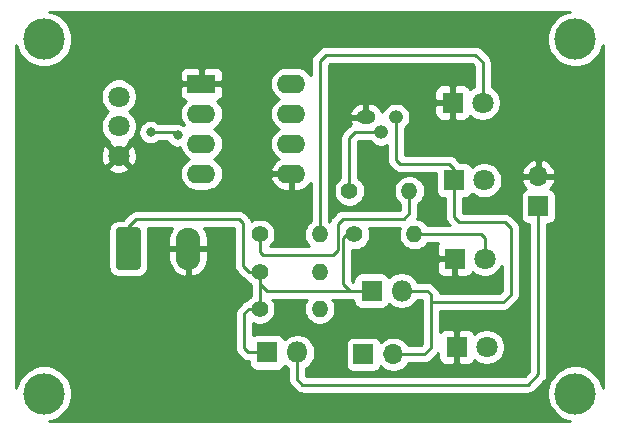
<source format=gbr>
%TF.GenerationSoftware,KiCad,Pcbnew,(5.1.12)-1*%
%TF.CreationDate,2023-08-26T19:26:49+05:30*%
%TF.ProjectId,IR PROXIMITY AUTOMATIC SANITIZER DISPENSER,49522050-524f-4584-994d-495459204155,rev?*%
%TF.SameCoordinates,Original*%
%TF.FileFunction,Copper,L2,Bot*%
%TF.FilePolarity,Positive*%
%FSLAX46Y46*%
G04 Gerber Fmt 4.6, Leading zero omitted, Abs format (unit mm)*
G04 Created by KiCad (PCBNEW (5.1.12)-1) date 2023-08-26 19:26:49*
%MOMM*%
%LPD*%
G01*
G04 APERTURE LIST*
%TA.AperFunction,ComponentPad*%
%ADD10C,1.800000*%
%TD*%
%TA.AperFunction,ComponentPad*%
%ADD11O,2.400000X1.600000*%
%TD*%
%TA.AperFunction,ComponentPad*%
%ADD12R,2.400000X1.600000*%
%TD*%
%TA.AperFunction,ComponentPad*%
%ADD13O,1.400000X1.400000*%
%TD*%
%TA.AperFunction,ComponentPad*%
%ADD14C,1.400000*%
%TD*%
%TA.AperFunction,ComponentPad*%
%ADD15O,1.200000X1.200000*%
%TD*%
%TA.AperFunction,ComponentPad*%
%ADD16O,1.600000X1.200000*%
%TD*%
%TA.AperFunction,ComponentPad*%
%ADD17O,2.080000X3.600000*%
%TD*%
%TA.AperFunction,ComponentPad*%
%ADD18O,1.700000X1.700000*%
%TD*%
%TA.AperFunction,ComponentPad*%
%ADD19R,1.700000X1.700000*%
%TD*%
%TA.AperFunction,ComponentPad*%
%ADD20O,1.800000X1.800000*%
%TD*%
%TA.AperFunction,ComponentPad*%
%ADD21R,1.800000X1.800000*%
%TD*%
%TA.AperFunction,ViaPad*%
%ADD22C,3.500000*%
%TD*%
%TA.AperFunction,ViaPad*%
%ADD23C,0.800000*%
%TD*%
%TA.AperFunction,Conductor*%
%ADD24C,0.250000*%
%TD*%
%TA.AperFunction,Conductor*%
%ADD25C,0.254000*%
%TD*%
%TA.AperFunction,Conductor*%
%ADD26C,0.100000*%
%TD*%
G04 APERTURE END LIST*
D10*
%TO.P,RV1,1*%
%TO.N,VCC*%
X148340000Y-93860000D03*
%TO.P,RV1,2*%
%TO.N,Net-(RV1-Pad2)*%
X148340000Y-96360000D03*
%TO.P,RV1,3*%
%TO.N,Earth*%
X148340000Y-98860000D03*
%TD*%
D11*
%TO.P,U1,8*%
%TO.N,VCC*%
X162960000Y-92770000D03*
%TO.P,U1,4*%
%TO.N,Net-(RV1-Pad2)*%
X155340000Y-100390000D03*
%TO.P,U1,7*%
%TO.N,Net-(U1-Pad7)*%
X162960000Y-95310000D03*
%TO.P,U1,3*%
%TO.N,Net-(U1-Pad3)*%
X155340000Y-97850000D03*
%TO.P,U1,6*%
%TO.N,Net-(U1-Pad6)*%
X162960000Y-97850000D03*
%TO.P,U1,2*%
%TO.N,Net-(R4-Pad2)*%
X155340000Y-95310000D03*
%TO.P,U1,5*%
%TO.N,Earth*%
X162960000Y-100390000D03*
D12*
%TO.P,U1,1*%
X155340000Y-92770000D03*
%TD*%
D13*
%TO.P,R5,2*%
%TO.N,Net-(D3-Pad2)*%
X165345001Y-105525001D03*
D14*
%TO.P,R5,1*%
%TO.N,Net-(R4-Pad2)*%
X160265001Y-105525001D03*
%TD*%
D13*
%TO.P,R4,2*%
%TO.N,Net-(R4-Pad2)*%
X172950000Y-101840000D03*
D14*
%TO.P,R4,1*%
%TO.N,Net-(Q1-Pad2)*%
X167870000Y-101840000D03*
%TD*%
D13*
%TO.P,R3,2*%
%TO.N,Net-(D4-Pad2)*%
X165345001Y-108675001D03*
D14*
%TO.P,R3,1*%
%TO.N,VCC*%
X160265001Y-108675001D03*
%TD*%
D13*
%TO.P,R2,2*%
%TO.N,Net-(D2-Pad2)*%
X173375001Y-105525001D03*
D14*
%TO.P,R2,1*%
%TO.N,VCC*%
X168295001Y-105525001D03*
%TD*%
D13*
%TO.P,R1,2*%
%TO.N,Net-(D1-Pad2)*%
X165345001Y-111825001D03*
D14*
%TO.P,R1,1*%
%TO.N,VCC*%
X160265001Y-111825001D03*
%TD*%
D15*
%TO.P,Q1,3*%
%TO.N,Net-(D4-Pad1)*%
X171800000Y-95600000D03*
%TO.P,Q1,2*%
%TO.N,Net-(Q1-Pad2)*%
X170530000Y-96870000D03*
D16*
%TO.P,Q1,1*%
%TO.N,Earth*%
X169260000Y-95600000D03*
%TD*%
D17*
%TO.P,J2,2*%
%TO.N,Earth*%
X154225001Y-106720001D03*
%TO.P,J2,1*%
%TO.N,VCC*%
%TA.AperFunction,ComponentPad*%
G36*
G01*
X148105001Y-108270002D02*
X148105001Y-105170000D01*
G75*
G02*
X148355000Y-104920001I249999J0D01*
G01*
X149935002Y-104920001D01*
G75*
G02*
X150185001Y-105170000I0J-249999D01*
G01*
X150185001Y-108270002D01*
G75*
G02*
X149935002Y-108520001I-249999J0D01*
G01*
X148355000Y-108520001D01*
G75*
G02*
X148105001Y-108270002I0J249999D01*
G01*
G37*
%TD.AperFunction*%
%TD*%
D18*
%TO.P,J1,2*%
%TO.N,Net-(D4-Pad1)*%
X171590000Y-115680000D03*
D19*
%TO.P,J1,1*%
%TO.N,VCC*%
X169050000Y-115680000D03*
%TD*%
D20*
%TO.P,D6,2*%
%TO.N,Net-(BT1-Pad1)*%
X163455001Y-115525001D03*
D21*
%TO.P,D6,1*%
%TO.N,VCC*%
X160915001Y-115525001D03*
%TD*%
D20*
%TO.P,D5,2*%
%TO.N,Net-(D4-Pad1)*%
X172280000Y-110280000D03*
D21*
%TO.P,D5,1*%
%TO.N,VCC*%
X169740000Y-110280000D03*
%TD*%
D10*
%TO.P,D4,2*%
%TO.N,Net-(D4-Pad2)*%
X179280000Y-100940000D03*
D21*
%TO.P,D4,1*%
%TO.N,Net-(D4-Pad1)*%
X176740000Y-100940000D03*
%TD*%
D10*
%TO.P,D3,2*%
%TO.N,Net-(D3-Pad2)*%
X179140000Y-94360000D03*
D21*
%TO.P,D3,1*%
%TO.N,Earth*%
X176600000Y-94360000D03*
%TD*%
D10*
%TO.P,D2,2*%
%TO.N,Net-(D2-Pad2)*%
X179340000Y-107580000D03*
D21*
%TO.P,D2,1*%
%TO.N,Earth*%
X176800000Y-107580000D03*
%TD*%
D10*
%TO.P,D1,2*%
%TO.N,Net-(D1-Pad2)*%
X179480000Y-115060000D03*
D21*
%TO.P,D1,1*%
%TO.N,Earth*%
X176940000Y-115060000D03*
%TD*%
D18*
%TO.P,BT1,2*%
%TO.N,Earth*%
X183870000Y-100610000D03*
D19*
%TO.P,BT1,1*%
%TO.N,Net-(BT1-Pad1)*%
X183870000Y-103150000D03*
%TD*%
D22*
%TO.N,*%
X142000000Y-89000000D03*
X187000000Y-89000000D03*
X187000000Y-119000000D03*
X142000000Y-119000000D03*
D23*
%TO.N,Net-(RV1-Pad2)*%
X153320000Y-97150000D03*
X151040000Y-96870000D03*
%TD*%
D24*
%TO.N,Net-(BT1-Pad1)*%
X163890000Y-118240000D02*
X163455001Y-117805001D01*
X163455001Y-117805001D02*
X163455001Y-115525001D01*
X183010000Y-118240000D02*
X163890000Y-118240000D01*
X183870000Y-117380000D02*
X183010000Y-118240000D01*
X183870000Y-103150000D02*
X183870000Y-117380000D01*
%TO.N,Net-(D2-Pad2)*%
X179340000Y-105860000D02*
X179340000Y-107580000D01*
X179005001Y-105525001D02*
X179340000Y-105860000D01*
X173375001Y-105525001D02*
X179005001Y-105525001D01*
%TO.N,Net-(D3-Pad2)*%
X179140000Y-90930000D02*
X179140000Y-94360000D01*
X178520000Y-90310000D02*
X179140000Y-90930000D01*
X165890000Y-90310000D02*
X178520000Y-90310000D01*
X165345001Y-90854999D02*
X165890000Y-90310000D01*
X165345001Y-105525001D02*
X165345001Y-90854999D01*
%TO.N,Net-(D4-Pad1)*%
X174220000Y-115680000D02*
X171590000Y-115680000D01*
X174750000Y-115150000D02*
X174220000Y-115680000D01*
X174750000Y-111260000D02*
X174750000Y-115150000D01*
X171800000Y-99230000D02*
X171800000Y-95600000D01*
X172120000Y-99550000D02*
X171800000Y-99230000D01*
X176320000Y-99550000D02*
X172120000Y-99550000D01*
X176740000Y-99970000D02*
X176320000Y-99550000D01*
X176740000Y-100940000D02*
X176740000Y-99970000D01*
X180880000Y-111260000D02*
X174750000Y-111260000D01*
X181520000Y-110620000D02*
X180880000Y-111260000D01*
X181060000Y-104490000D02*
X181520000Y-104950000D01*
X177180000Y-104490000D02*
X181060000Y-104490000D01*
X176740000Y-104050000D02*
X177180000Y-104490000D01*
X181520000Y-104950000D02*
X181520000Y-110620000D01*
X176740000Y-100940000D02*
X176740000Y-104050000D01*
X174750000Y-110590000D02*
X174750000Y-111260000D01*
X174440000Y-110280000D02*
X174750000Y-110590000D01*
X172280000Y-110280000D02*
X174440000Y-110280000D01*
%TO.N,VCC*%
X160265001Y-108675001D02*
X160265001Y-109695001D01*
X160850000Y-110280000D02*
X169740000Y-110280000D01*
X160265001Y-109695001D02*
X160850000Y-110280000D01*
X160265001Y-111825001D02*
X160265001Y-109654999D01*
X160265001Y-109654999D02*
X160265001Y-108675001D01*
X159344999Y-111825001D02*
X160265001Y-111825001D01*
X158950000Y-112220000D02*
X159344999Y-111825001D01*
X158950000Y-115180000D02*
X158950000Y-112220000D01*
X159295001Y-115525001D02*
X158950000Y-115180000D01*
X160915001Y-115525001D02*
X159295001Y-115525001D01*
X167360000Y-105840000D02*
X167674999Y-105525001D01*
X167360000Y-109750000D02*
X167360000Y-105840000D01*
X167890000Y-110280000D02*
X167360000Y-109750000D01*
X167674999Y-105525001D02*
X168295001Y-105525001D01*
X169740000Y-110280000D02*
X167890000Y-110280000D01*
X149145001Y-104904999D02*
X149145001Y-106720001D01*
X149810000Y-104240000D02*
X149145001Y-104904999D01*
X158870000Y-104580000D02*
X158530000Y-104240000D01*
X158870000Y-108180000D02*
X158870000Y-104580000D01*
X158530000Y-104240000D02*
X149810000Y-104240000D01*
X159365001Y-108675001D02*
X158870000Y-108180000D01*
X160265001Y-108675001D02*
X159365001Y-108675001D01*
%TO.N,Net-(Q1-Pad2)*%
X168340000Y-96870000D02*
X170530000Y-96870000D01*
X167870000Y-97340000D02*
X168340000Y-96870000D01*
X167870000Y-101840000D02*
X167870000Y-97340000D01*
%TO.N,Net-(R4-Pad2)*%
X166460000Y-107280000D02*
X160530000Y-107280000D01*
X166890000Y-106850000D02*
X166460000Y-107280000D01*
X166890000Y-104610000D02*
X166890000Y-106850000D01*
X167300000Y-104200000D02*
X166890000Y-104610000D01*
X160530000Y-107280000D02*
X160265001Y-107015001D01*
X172490000Y-104200000D02*
X167300000Y-104200000D01*
X160265001Y-107015001D02*
X160265001Y-105525001D01*
X172950000Y-103740000D02*
X172490000Y-104200000D01*
X172950000Y-101840000D02*
X172950000Y-103740000D01*
%TO.N,Net-(RV1-Pad2)*%
X153320000Y-97150000D02*
X153320000Y-97150000D01*
X153040000Y-96870000D02*
X153320000Y-97150000D01*
X151040000Y-96870000D02*
X153040000Y-96870000D01*
%TD*%
D25*
%TO.N,Earth*%
X186304321Y-86706654D02*
X185870279Y-86886440D01*
X185479651Y-87147450D01*
X185147450Y-87479651D01*
X184886440Y-87870279D01*
X184706654Y-88304321D01*
X184615000Y-88765098D01*
X184615000Y-89234902D01*
X184706654Y-89695679D01*
X184886440Y-90129721D01*
X185147450Y-90520349D01*
X185479651Y-90852550D01*
X185870279Y-91113560D01*
X186304321Y-91293346D01*
X186765098Y-91385000D01*
X187234902Y-91385000D01*
X187695679Y-91293346D01*
X188129721Y-91113560D01*
X188520349Y-90852550D01*
X188852550Y-90520349D01*
X189113560Y-90129721D01*
X189293346Y-89695679D01*
X189340000Y-89461133D01*
X189340001Y-118538872D01*
X189293346Y-118304321D01*
X189113560Y-117870279D01*
X188852550Y-117479651D01*
X188520349Y-117147450D01*
X188129721Y-116886440D01*
X187695679Y-116706654D01*
X187234902Y-116615000D01*
X186765098Y-116615000D01*
X186304321Y-116706654D01*
X185870279Y-116886440D01*
X185479651Y-117147450D01*
X185147450Y-117479651D01*
X184886440Y-117870279D01*
X184706654Y-118304321D01*
X184615000Y-118765098D01*
X184615000Y-119234902D01*
X184706654Y-119695679D01*
X184886440Y-120129721D01*
X185147450Y-120520349D01*
X185479651Y-120852550D01*
X185870279Y-121113560D01*
X186304321Y-121293346D01*
X186538867Y-121340000D01*
X142461133Y-121340000D01*
X142695679Y-121293346D01*
X143129721Y-121113560D01*
X143520349Y-120852550D01*
X143852550Y-120520349D01*
X144113560Y-120129721D01*
X144293346Y-119695679D01*
X144385000Y-119234902D01*
X144385000Y-118765098D01*
X144293346Y-118304321D01*
X144113560Y-117870279D01*
X143852550Y-117479651D01*
X143520349Y-117147450D01*
X143129721Y-116886440D01*
X142695679Y-116706654D01*
X142234902Y-116615000D01*
X141765098Y-116615000D01*
X141304321Y-116706654D01*
X140870279Y-116886440D01*
X140479651Y-117147450D01*
X140147450Y-117479651D01*
X139886440Y-117870279D01*
X139706654Y-118304321D01*
X139660000Y-118538867D01*
X139660000Y-105170000D01*
X147466929Y-105170000D01*
X147466929Y-108270002D01*
X147483993Y-108443256D01*
X147534529Y-108609852D01*
X147616596Y-108763388D01*
X147727039Y-108897963D01*
X147861614Y-109008406D01*
X148015150Y-109090473D01*
X148181746Y-109141009D01*
X148355000Y-109158073D01*
X149935002Y-109158073D01*
X150108256Y-109141009D01*
X150274852Y-109090473D01*
X150428388Y-109008406D01*
X150562963Y-108897963D01*
X150673406Y-108763388D01*
X150755473Y-108609852D01*
X150806009Y-108443256D01*
X150823073Y-108270002D01*
X150823073Y-106847001D01*
X152550001Y-106847001D01*
X152550001Y-107607001D01*
X152606962Y-107931337D01*
X152726103Y-108238328D01*
X152902846Y-108516177D01*
X153130399Y-108754207D01*
X153400017Y-108943270D01*
X153701338Y-109076100D01*
X153838291Y-109109749D01*
X154098001Y-108990923D01*
X154098001Y-106847001D01*
X154352001Y-106847001D01*
X154352001Y-108990923D01*
X154611711Y-109109749D01*
X154748664Y-109076100D01*
X155049985Y-108943270D01*
X155319603Y-108754207D01*
X155547156Y-108516177D01*
X155723899Y-108238328D01*
X155843040Y-107931337D01*
X155900001Y-107607001D01*
X155900001Y-106847001D01*
X154352001Y-106847001D01*
X154098001Y-106847001D01*
X152550001Y-106847001D01*
X150823073Y-106847001D01*
X150823073Y-105170000D01*
X150806329Y-105000000D01*
X152854390Y-105000000D01*
X152726103Y-105201674D01*
X152606962Y-105508665D01*
X152550001Y-105833001D01*
X152550001Y-106593001D01*
X154098001Y-106593001D01*
X154098001Y-106573001D01*
X154352001Y-106573001D01*
X154352001Y-106593001D01*
X155900001Y-106593001D01*
X155900001Y-105833001D01*
X155843040Y-105508665D01*
X155723899Y-105201674D01*
X155595612Y-105000000D01*
X158110001Y-105000000D01*
X158110000Y-108142677D01*
X158106324Y-108180000D01*
X158110000Y-108217322D01*
X158110000Y-108217332D01*
X158120997Y-108328985D01*
X158137308Y-108382755D01*
X158164454Y-108472246D01*
X158235026Y-108604276D01*
X158262431Y-108637669D01*
X158329999Y-108720001D01*
X158359003Y-108743804D01*
X158801197Y-109185998D01*
X158825000Y-109215002D01*
X158874369Y-109255518D01*
X158940724Y-109309975D01*
X159039462Y-109362752D01*
X159072754Y-109380547D01*
X159145608Y-109402647D01*
X159228039Y-109526014D01*
X159413988Y-109711963D01*
X159505002Y-109772776D01*
X159505002Y-110727226D01*
X159413988Y-110788039D01*
X159228039Y-110973988D01*
X159150693Y-111089745D01*
X159052752Y-111119455D01*
X158920723Y-111190027D01*
X158804998Y-111285000D01*
X158781195Y-111314004D01*
X158438998Y-111656201D01*
X158410000Y-111679999D01*
X158386202Y-111708997D01*
X158386201Y-111708998D01*
X158315026Y-111795724D01*
X158244454Y-111927754D01*
X158200998Y-112071015D01*
X158186324Y-112220000D01*
X158190001Y-112257332D01*
X158190000Y-115142677D01*
X158186324Y-115180000D01*
X158190000Y-115217322D01*
X158190000Y-115217332D01*
X158200997Y-115328985D01*
X158235354Y-115442247D01*
X158244454Y-115472246D01*
X158315026Y-115604276D01*
X158354871Y-115652826D01*
X158409999Y-115720001D01*
X158439003Y-115743804D01*
X158731197Y-116035998D01*
X158755000Y-116065002D01*
X158870725Y-116159975D01*
X159002754Y-116230547D01*
X159146015Y-116274004D01*
X159257668Y-116285001D01*
X159257677Y-116285001D01*
X159295000Y-116288677D01*
X159332323Y-116285001D01*
X159376929Y-116285001D01*
X159376929Y-116425001D01*
X159389189Y-116549483D01*
X159425499Y-116669181D01*
X159484464Y-116779495D01*
X159563816Y-116876186D01*
X159660507Y-116955538D01*
X159770821Y-117014503D01*
X159890519Y-117050813D01*
X160015001Y-117063073D01*
X161815001Y-117063073D01*
X161939483Y-117050813D01*
X162059181Y-117014503D01*
X162169495Y-116955538D01*
X162266186Y-116876186D01*
X162345538Y-116779495D01*
X162404503Y-116669181D01*
X162410057Y-116650874D01*
X162476496Y-116717313D01*
X162695001Y-116863314D01*
X162695001Y-117767678D01*
X162691325Y-117805001D01*
X162695001Y-117842323D01*
X162695001Y-117842333D01*
X162705998Y-117953986D01*
X162745906Y-118085546D01*
X162749455Y-118097247D01*
X162820027Y-118229277D01*
X162859872Y-118277827D01*
X162915000Y-118345002D01*
X162944003Y-118368804D01*
X163326200Y-118751002D01*
X163349999Y-118780001D01*
X163465724Y-118874974D01*
X163597753Y-118945546D01*
X163741014Y-118989003D01*
X163852667Y-119000000D01*
X163852676Y-119000000D01*
X163889999Y-119003676D01*
X163927322Y-119000000D01*
X182972678Y-119000000D01*
X183010000Y-119003676D01*
X183047322Y-119000000D01*
X183047333Y-119000000D01*
X183158986Y-118989003D01*
X183302247Y-118945546D01*
X183434276Y-118874974D01*
X183550001Y-118780001D01*
X183573803Y-118750998D01*
X184381003Y-117943799D01*
X184410001Y-117920001D01*
X184504974Y-117804276D01*
X184575546Y-117672247D01*
X184619003Y-117528986D01*
X184630000Y-117417333D01*
X184630000Y-117417325D01*
X184633676Y-117380000D01*
X184630000Y-117342675D01*
X184630000Y-104638072D01*
X184720000Y-104638072D01*
X184844482Y-104625812D01*
X184964180Y-104589502D01*
X185074494Y-104530537D01*
X185171185Y-104451185D01*
X185250537Y-104354494D01*
X185309502Y-104244180D01*
X185345812Y-104124482D01*
X185358072Y-104000000D01*
X185358072Y-102300000D01*
X185345812Y-102175518D01*
X185309502Y-102055820D01*
X185250537Y-101945506D01*
X185171185Y-101848815D01*
X185074494Y-101769463D01*
X184964180Y-101710498D01*
X184883534Y-101686034D01*
X184967588Y-101610269D01*
X185141641Y-101376920D01*
X185266825Y-101114099D01*
X185311476Y-100966890D01*
X185190155Y-100737000D01*
X183997000Y-100737000D01*
X183997000Y-100757000D01*
X183743000Y-100757000D01*
X183743000Y-100737000D01*
X182549845Y-100737000D01*
X182428524Y-100966890D01*
X182473175Y-101114099D01*
X182598359Y-101376920D01*
X182772412Y-101610269D01*
X182856466Y-101686034D01*
X182775820Y-101710498D01*
X182665506Y-101769463D01*
X182568815Y-101848815D01*
X182489463Y-101945506D01*
X182430498Y-102055820D01*
X182394188Y-102175518D01*
X182381928Y-102300000D01*
X182381928Y-104000000D01*
X182394188Y-104124482D01*
X182430498Y-104244180D01*
X182489463Y-104354494D01*
X182568815Y-104451185D01*
X182665506Y-104530537D01*
X182775820Y-104589502D01*
X182895518Y-104625812D01*
X183020000Y-104638072D01*
X183110000Y-104638072D01*
X183110001Y-117065197D01*
X182695199Y-117480000D01*
X164215001Y-117480000D01*
X164215001Y-116863314D01*
X164433506Y-116717313D01*
X164647313Y-116503506D01*
X164815300Y-116252096D01*
X164931012Y-115972744D01*
X164990001Y-115676185D01*
X164990001Y-115373817D01*
X164931012Y-115077258D01*
X164815300Y-114797906D01*
X164647313Y-114546496D01*
X164433506Y-114332689D01*
X164182096Y-114164702D01*
X163902744Y-114048990D01*
X163606185Y-113990001D01*
X163303817Y-113990001D01*
X163007258Y-114048990D01*
X162727906Y-114164702D01*
X162476496Y-114332689D01*
X162410057Y-114399128D01*
X162404503Y-114380821D01*
X162345538Y-114270507D01*
X162266186Y-114173816D01*
X162169495Y-114094464D01*
X162059181Y-114035499D01*
X161939483Y-113999189D01*
X161815001Y-113986929D01*
X160015001Y-113986929D01*
X159890519Y-113999189D01*
X159770821Y-114035499D01*
X159710000Y-114068009D01*
X159710000Y-113040105D01*
X159875596Y-113108697D01*
X160133515Y-113160001D01*
X160396487Y-113160001D01*
X160654406Y-113108697D01*
X160897360Y-113008062D01*
X161116014Y-112861963D01*
X161301963Y-112676014D01*
X161448062Y-112457360D01*
X161548697Y-112214406D01*
X161600001Y-111956487D01*
X161600001Y-111693515D01*
X161548697Y-111435596D01*
X161448062Y-111192642D01*
X161346071Y-111040000D01*
X164263931Y-111040000D01*
X164161940Y-111192642D01*
X164061305Y-111435596D01*
X164010001Y-111693515D01*
X164010001Y-111956487D01*
X164061305Y-112214406D01*
X164161940Y-112457360D01*
X164308039Y-112676014D01*
X164493988Y-112861963D01*
X164712642Y-113008062D01*
X164955596Y-113108697D01*
X165213515Y-113160001D01*
X165476487Y-113160001D01*
X165734406Y-113108697D01*
X165977360Y-113008062D01*
X166196014Y-112861963D01*
X166381963Y-112676014D01*
X166528062Y-112457360D01*
X166628697Y-112214406D01*
X166680001Y-111956487D01*
X166680001Y-111693515D01*
X166628697Y-111435596D01*
X166528062Y-111192642D01*
X166426071Y-111040000D01*
X167852676Y-111040000D01*
X167889999Y-111043676D01*
X167927322Y-111040000D01*
X168201928Y-111040000D01*
X168201928Y-111180000D01*
X168214188Y-111304482D01*
X168250498Y-111424180D01*
X168309463Y-111534494D01*
X168388815Y-111631185D01*
X168485506Y-111710537D01*
X168595820Y-111769502D01*
X168715518Y-111805812D01*
X168840000Y-111818072D01*
X170640000Y-111818072D01*
X170764482Y-111805812D01*
X170884180Y-111769502D01*
X170994494Y-111710537D01*
X171091185Y-111631185D01*
X171170537Y-111534494D01*
X171229502Y-111424180D01*
X171235056Y-111405873D01*
X171301495Y-111472312D01*
X171552905Y-111640299D01*
X171832257Y-111756011D01*
X172128816Y-111815000D01*
X172431184Y-111815000D01*
X172727743Y-111756011D01*
X173007095Y-111640299D01*
X173258505Y-111472312D01*
X173472312Y-111258505D01*
X173618313Y-111040000D01*
X173990000Y-111040000D01*
X173990000Y-111222667D01*
X173986323Y-111260000D01*
X173990000Y-111297333D01*
X173990001Y-114835198D01*
X173905199Y-114920000D01*
X172868178Y-114920000D01*
X172743475Y-114733368D01*
X172536632Y-114526525D01*
X172293411Y-114364010D01*
X172023158Y-114252068D01*
X171736260Y-114195000D01*
X171443740Y-114195000D01*
X171156842Y-114252068D01*
X170886589Y-114364010D01*
X170643368Y-114526525D01*
X170511513Y-114658380D01*
X170489502Y-114585820D01*
X170430537Y-114475506D01*
X170351185Y-114378815D01*
X170254494Y-114299463D01*
X170144180Y-114240498D01*
X170024482Y-114204188D01*
X169900000Y-114191928D01*
X168200000Y-114191928D01*
X168075518Y-114204188D01*
X167955820Y-114240498D01*
X167845506Y-114299463D01*
X167748815Y-114378815D01*
X167669463Y-114475506D01*
X167610498Y-114585820D01*
X167574188Y-114705518D01*
X167561928Y-114830000D01*
X167561928Y-116530000D01*
X167574188Y-116654482D01*
X167610498Y-116774180D01*
X167669463Y-116884494D01*
X167748815Y-116981185D01*
X167845506Y-117060537D01*
X167955820Y-117119502D01*
X168075518Y-117155812D01*
X168200000Y-117168072D01*
X169900000Y-117168072D01*
X170024482Y-117155812D01*
X170144180Y-117119502D01*
X170254494Y-117060537D01*
X170351185Y-116981185D01*
X170430537Y-116884494D01*
X170489502Y-116774180D01*
X170511513Y-116701620D01*
X170643368Y-116833475D01*
X170886589Y-116995990D01*
X171156842Y-117107932D01*
X171443740Y-117165000D01*
X171736260Y-117165000D01*
X172023158Y-117107932D01*
X172293411Y-116995990D01*
X172536632Y-116833475D01*
X172743475Y-116626632D01*
X172868178Y-116440000D01*
X174182678Y-116440000D01*
X174220000Y-116443676D01*
X174257322Y-116440000D01*
X174257333Y-116440000D01*
X174368986Y-116429003D01*
X174512247Y-116385546D01*
X174644276Y-116314974D01*
X174760001Y-116220001D01*
X174783803Y-116190998D01*
X175261002Y-115713800D01*
X175290001Y-115690001D01*
X175384974Y-115574276D01*
X175404035Y-115538615D01*
X175401928Y-115960000D01*
X175414188Y-116084482D01*
X175450498Y-116204180D01*
X175509463Y-116314494D01*
X175588815Y-116411185D01*
X175685506Y-116490537D01*
X175795820Y-116549502D01*
X175915518Y-116585812D01*
X176040000Y-116598072D01*
X176654250Y-116595000D01*
X176813000Y-116436250D01*
X176813000Y-115187000D01*
X176793000Y-115187000D01*
X176793000Y-114933000D01*
X176813000Y-114933000D01*
X176813000Y-113683750D01*
X177067000Y-113683750D01*
X177067000Y-114933000D01*
X177087000Y-114933000D01*
X177087000Y-115187000D01*
X177067000Y-115187000D01*
X177067000Y-116436250D01*
X177225750Y-116595000D01*
X177840000Y-116598072D01*
X177964482Y-116585812D01*
X178084180Y-116549502D01*
X178194494Y-116490537D01*
X178291185Y-116411185D01*
X178370537Y-116314494D01*
X178429502Y-116204180D01*
X178435056Y-116185873D01*
X178501495Y-116252312D01*
X178752905Y-116420299D01*
X179032257Y-116536011D01*
X179328816Y-116595000D01*
X179631184Y-116595000D01*
X179927743Y-116536011D01*
X180207095Y-116420299D01*
X180458505Y-116252312D01*
X180672312Y-116038505D01*
X180840299Y-115787095D01*
X180956011Y-115507743D01*
X181015000Y-115211184D01*
X181015000Y-114908816D01*
X180956011Y-114612257D01*
X180840299Y-114332905D01*
X180672312Y-114081495D01*
X180458505Y-113867688D01*
X180207095Y-113699701D01*
X179927743Y-113583989D01*
X179631184Y-113525000D01*
X179328816Y-113525000D01*
X179032257Y-113583989D01*
X178752905Y-113699701D01*
X178501495Y-113867688D01*
X178435056Y-113934127D01*
X178429502Y-113915820D01*
X178370537Y-113805506D01*
X178291185Y-113708815D01*
X178194494Y-113629463D01*
X178084180Y-113570498D01*
X177964482Y-113534188D01*
X177840000Y-113521928D01*
X177225750Y-113525000D01*
X177067000Y-113683750D01*
X176813000Y-113683750D01*
X176654250Y-113525000D01*
X176040000Y-113521928D01*
X175915518Y-113534188D01*
X175795820Y-113570498D01*
X175685506Y-113629463D01*
X175588815Y-113708815D01*
X175510000Y-113804852D01*
X175510000Y-112020000D01*
X180842678Y-112020000D01*
X180880000Y-112023676D01*
X180917322Y-112020000D01*
X180917333Y-112020000D01*
X181028986Y-112009003D01*
X181172247Y-111965546D01*
X181304276Y-111894974D01*
X181420001Y-111800001D01*
X181443803Y-111770998D01*
X182031002Y-111183800D01*
X182060001Y-111160001D01*
X182154974Y-111044276D01*
X182225546Y-110912247D01*
X182269003Y-110768986D01*
X182280000Y-110657333D01*
X182280000Y-110657325D01*
X182283676Y-110620000D01*
X182280000Y-110582675D01*
X182280000Y-104987322D01*
X182283676Y-104949999D01*
X182280000Y-104912676D01*
X182280000Y-104912667D01*
X182269003Y-104801014D01*
X182225546Y-104657753D01*
X182154974Y-104525724D01*
X182060001Y-104409999D01*
X182030998Y-104386197D01*
X181623804Y-103979003D01*
X181600001Y-103949999D01*
X181484276Y-103855026D01*
X181352247Y-103784454D01*
X181208986Y-103740997D01*
X181097333Y-103730000D01*
X181097322Y-103730000D01*
X181060000Y-103726324D01*
X181022678Y-103730000D01*
X177500000Y-103730000D01*
X177500000Y-102478072D01*
X177640000Y-102478072D01*
X177764482Y-102465812D01*
X177884180Y-102429502D01*
X177994494Y-102370537D01*
X178091185Y-102291185D01*
X178170537Y-102194494D01*
X178229502Y-102084180D01*
X178235056Y-102065873D01*
X178301495Y-102132312D01*
X178552905Y-102300299D01*
X178832257Y-102416011D01*
X179128816Y-102475000D01*
X179431184Y-102475000D01*
X179727743Y-102416011D01*
X180007095Y-102300299D01*
X180258505Y-102132312D01*
X180472312Y-101918505D01*
X180640299Y-101667095D01*
X180756011Y-101387743D01*
X180815000Y-101091184D01*
X180815000Y-100788816D01*
X180756011Y-100492257D01*
X180656953Y-100253110D01*
X182428524Y-100253110D01*
X182549845Y-100483000D01*
X183743000Y-100483000D01*
X183743000Y-99289186D01*
X183997000Y-99289186D01*
X183997000Y-100483000D01*
X185190155Y-100483000D01*
X185311476Y-100253110D01*
X185266825Y-100105901D01*
X185141641Y-99843080D01*
X184967588Y-99609731D01*
X184751355Y-99414822D01*
X184501252Y-99265843D01*
X184226891Y-99168519D01*
X183997000Y-99289186D01*
X183743000Y-99289186D01*
X183513109Y-99168519D01*
X183238748Y-99265843D01*
X182988645Y-99414822D01*
X182772412Y-99609731D01*
X182598359Y-99843080D01*
X182473175Y-100105901D01*
X182428524Y-100253110D01*
X180656953Y-100253110D01*
X180640299Y-100212905D01*
X180472312Y-99961495D01*
X180258505Y-99747688D01*
X180007095Y-99579701D01*
X179727743Y-99463989D01*
X179431184Y-99405000D01*
X179128816Y-99405000D01*
X178832257Y-99463989D01*
X178552905Y-99579701D01*
X178301495Y-99747688D01*
X178235056Y-99814127D01*
X178229502Y-99795820D01*
X178170537Y-99685506D01*
X178091185Y-99588815D01*
X177994494Y-99509463D01*
X177884180Y-99450498D01*
X177764482Y-99414188D01*
X177640000Y-99401928D01*
X177246729Y-99401928D01*
X176883804Y-99039003D01*
X176860001Y-99009999D01*
X176744276Y-98915026D01*
X176612247Y-98844454D01*
X176468986Y-98800997D01*
X176357333Y-98790000D01*
X176357322Y-98790000D01*
X176320000Y-98786324D01*
X176282678Y-98790000D01*
X172560000Y-98790000D01*
X172560000Y-96577506D01*
X172587267Y-96559287D01*
X172759287Y-96387267D01*
X172894443Y-96184992D01*
X172987540Y-95960236D01*
X173035000Y-95721637D01*
X173035000Y-95478363D01*
X172991566Y-95260000D01*
X175061928Y-95260000D01*
X175074188Y-95384482D01*
X175110498Y-95504180D01*
X175169463Y-95614494D01*
X175248815Y-95711185D01*
X175345506Y-95790537D01*
X175455820Y-95849502D01*
X175575518Y-95885812D01*
X175700000Y-95898072D01*
X176314250Y-95895000D01*
X176473000Y-95736250D01*
X176473000Y-94487000D01*
X175223750Y-94487000D01*
X175065000Y-94645750D01*
X175061928Y-95260000D01*
X172991566Y-95260000D01*
X172987540Y-95239764D01*
X172894443Y-95015008D01*
X172759287Y-94812733D01*
X172587267Y-94640713D01*
X172384992Y-94505557D01*
X172160236Y-94412460D01*
X171921637Y-94365000D01*
X171678363Y-94365000D01*
X171439764Y-94412460D01*
X171215008Y-94505557D01*
X171012733Y-94640713D01*
X170840713Y-94812733D01*
X170705557Y-95015008D01*
X170629954Y-95197529D01*
X170554396Y-95015093D01*
X170419258Y-94812826D01*
X170247256Y-94640809D01*
X170045000Y-94505654D01*
X169820263Y-94412554D01*
X169581681Y-94365087D01*
X169387000Y-94520006D01*
X169387000Y-95473000D01*
X169407000Y-95473000D01*
X169407000Y-95727000D01*
X169387000Y-95727000D01*
X169387000Y-95747000D01*
X169133000Y-95747000D01*
X169133000Y-95727000D01*
X167991269Y-95727000D01*
X167866538Y-95917609D01*
X167872523Y-95960162D01*
X167965604Y-96184907D01*
X167977152Y-96202192D01*
X167915724Y-96235026D01*
X167799999Y-96329999D01*
X167776200Y-96358998D01*
X167358998Y-96776201D01*
X167330000Y-96799999D01*
X167306202Y-96828997D01*
X167306201Y-96828998D01*
X167235026Y-96915724D01*
X167164454Y-97047754D01*
X167164107Y-97048899D01*
X167120998Y-97191014D01*
X167110827Y-97294277D01*
X167106324Y-97340000D01*
X167110001Y-97377332D01*
X167110000Y-100742225D01*
X167018987Y-100803038D01*
X166833038Y-100988987D01*
X166686939Y-101207641D01*
X166586304Y-101450595D01*
X166535000Y-101708514D01*
X166535000Y-101971486D01*
X166586304Y-102229405D01*
X166686939Y-102472359D01*
X166833038Y-102691013D01*
X167018987Y-102876962D01*
X167237641Y-103023061D01*
X167480595Y-103123696D01*
X167738514Y-103175000D01*
X168001486Y-103175000D01*
X168259405Y-103123696D01*
X168502359Y-103023061D01*
X168721013Y-102876962D01*
X168906962Y-102691013D01*
X169053061Y-102472359D01*
X169153696Y-102229405D01*
X169205000Y-101971486D01*
X169205000Y-101708514D01*
X169153696Y-101450595D01*
X169053061Y-101207641D01*
X168906962Y-100988987D01*
X168721013Y-100803038D01*
X168630000Y-100742225D01*
X168630000Y-97654801D01*
X168654802Y-97630000D01*
X169552494Y-97630000D01*
X169570713Y-97657267D01*
X169742733Y-97829287D01*
X169945008Y-97964443D01*
X170169764Y-98057540D01*
X170408363Y-98105000D01*
X170651637Y-98105000D01*
X170890236Y-98057540D01*
X171040000Y-97995506D01*
X171040000Y-99192677D01*
X171036324Y-99230000D01*
X171040000Y-99267322D01*
X171040000Y-99267332D01*
X171050997Y-99378985D01*
X171077121Y-99465105D01*
X171094454Y-99522246D01*
X171165026Y-99654276D01*
X171190656Y-99685506D01*
X171259999Y-99770001D01*
X171289003Y-99793804D01*
X171556196Y-100060997D01*
X171579999Y-100090001D01*
X171695724Y-100184974D01*
X171827753Y-100255546D01*
X171971014Y-100299003D01*
X172082667Y-100310000D01*
X172082676Y-100310000D01*
X172119999Y-100313676D01*
X172157322Y-100310000D01*
X175201928Y-100310000D01*
X175201928Y-101840000D01*
X175214188Y-101964482D01*
X175250498Y-102084180D01*
X175309463Y-102194494D01*
X175388815Y-102291185D01*
X175485506Y-102370537D01*
X175595820Y-102429502D01*
X175715518Y-102465812D01*
X175840000Y-102478072D01*
X175980000Y-102478072D01*
X175980001Y-104012668D01*
X175976324Y-104050000D01*
X175980001Y-104087333D01*
X175987580Y-104164277D01*
X175990998Y-104198985D01*
X176034454Y-104342246D01*
X176105026Y-104474276D01*
X176161154Y-104542667D01*
X176200000Y-104590001D01*
X176228998Y-104613799D01*
X176380200Y-104765001D01*
X174472776Y-104765001D01*
X174411963Y-104673988D01*
X174226014Y-104488039D01*
X174007360Y-104341940D01*
X173764406Y-104241305D01*
X173555810Y-104199812D01*
X173584974Y-104164276D01*
X173655546Y-104032247D01*
X173699003Y-103888986D01*
X173710000Y-103777333D01*
X173710000Y-103777324D01*
X173713676Y-103740001D01*
X173710000Y-103702678D01*
X173710000Y-102937775D01*
X173801013Y-102876962D01*
X173986962Y-102691013D01*
X174133061Y-102472359D01*
X174233696Y-102229405D01*
X174285000Y-101971486D01*
X174285000Y-101708514D01*
X174233696Y-101450595D01*
X174133061Y-101207641D01*
X173986962Y-100988987D01*
X173801013Y-100803038D01*
X173582359Y-100656939D01*
X173339405Y-100556304D01*
X173081486Y-100505000D01*
X172818514Y-100505000D01*
X172560595Y-100556304D01*
X172317641Y-100656939D01*
X172098987Y-100803038D01*
X171913038Y-100988987D01*
X171766939Y-101207641D01*
X171666304Y-101450595D01*
X171615000Y-101708514D01*
X171615000Y-101971486D01*
X171666304Y-102229405D01*
X171766939Y-102472359D01*
X171913038Y-102691013D01*
X172098987Y-102876962D01*
X172190001Y-102937775D01*
X172190001Y-103425198D01*
X172175199Y-103440000D01*
X167337333Y-103440000D01*
X167300000Y-103436323D01*
X167262667Y-103440000D01*
X167151014Y-103450997D01*
X167007753Y-103494454D01*
X166875724Y-103565026D01*
X166759999Y-103659999D01*
X166736196Y-103689003D01*
X166379003Y-104046196D01*
X166349999Y-104069999D01*
X166294871Y-104137174D01*
X166255026Y-104185724D01*
X166223634Y-104244454D01*
X166184454Y-104317754D01*
X166143453Y-104452919D01*
X166105001Y-104427226D01*
X166105001Y-95282391D01*
X167866538Y-95282391D01*
X167991269Y-95473000D01*
X169133000Y-95473000D01*
X169133000Y-94520006D01*
X168938319Y-94365087D01*
X168699737Y-94412554D01*
X168475000Y-94505654D01*
X168272744Y-94640809D01*
X168100742Y-94812826D01*
X167965604Y-95015093D01*
X167872523Y-95239838D01*
X167866538Y-95282391D01*
X166105001Y-95282391D01*
X166105001Y-93460000D01*
X175061928Y-93460000D01*
X175065000Y-94074250D01*
X175223750Y-94233000D01*
X176473000Y-94233000D01*
X176473000Y-92983750D01*
X176314250Y-92825000D01*
X175700000Y-92821928D01*
X175575518Y-92834188D01*
X175455820Y-92870498D01*
X175345506Y-92929463D01*
X175248815Y-93008815D01*
X175169463Y-93105506D01*
X175110498Y-93215820D01*
X175074188Y-93335518D01*
X175061928Y-93460000D01*
X166105001Y-93460000D01*
X166105001Y-91169800D01*
X166204802Y-91070000D01*
X178205198Y-91070000D01*
X178380000Y-91244802D01*
X178380001Y-93021687D01*
X178161495Y-93167688D01*
X178095056Y-93234127D01*
X178089502Y-93215820D01*
X178030537Y-93105506D01*
X177951185Y-93008815D01*
X177854494Y-92929463D01*
X177744180Y-92870498D01*
X177624482Y-92834188D01*
X177500000Y-92821928D01*
X176885750Y-92825000D01*
X176727000Y-92983750D01*
X176727000Y-94233000D01*
X176747000Y-94233000D01*
X176747000Y-94487000D01*
X176727000Y-94487000D01*
X176727000Y-95736250D01*
X176885750Y-95895000D01*
X177500000Y-95898072D01*
X177624482Y-95885812D01*
X177744180Y-95849502D01*
X177854494Y-95790537D01*
X177951185Y-95711185D01*
X178030537Y-95614494D01*
X178089502Y-95504180D01*
X178095056Y-95485873D01*
X178161495Y-95552312D01*
X178412905Y-95720299D01*
X178692257Y-95836011D01*
X178988816Y-95895000D01*
X179291184Y-95895000D01*
X179587743Y-95836011D01*
X179867095Y-95720299D01*
X180118505Y-95552312D01*
X180332312Y-95338505D01*
X180500299Y-95087095D01*
X180616011Y-94807743D01*
X180675000Y-94511184D01*
X180675000Y-94208816D01*
X180616011Y-93912257D01*
X180500299Y-93632905D01*
X180332312Y-93381495D01*
X180118505Y-93167688D01*
X179900000Y-93021687D01*
X179900000Y-90967322D01*
X179903676Y-90929999D01*
X179900000Y-90892676D01*
X179900000Y-90892667D01*
X179889003Y-90781014D01*
X179845546Y-90637753D01*
X179774974Y-90505724D01*
X179736617Y-90458986D01*
X179703799Y-90418996D01*
X179703795Y-90418992D01*
X179680001Y-90389999D01*
X179651009Y-90366206D01*
X179083803Y-89799002D01*
X179060001Y-89769999D01*
X178944276Y-89675026D01*
X178812247Y-89604454D01*
X178668986Y-89560997D01*
X178557333Y-89550000D01*
X178557322Y-89550000D01*
X178520000Y-89546324D01*
X178482678Y-89550000D01*
X165927323Y-89550000D01*
X165890000Y-89546324D01*
X165852677Y-89550000D01*
X165852667Y-89550000D01*
X165741014Y-89560997D01*
X165597753Y-89604454D01*
X165465723Y-89675026D01*
X165440558Y-89695679D01*
X165349999Y-89769999D01*
X165326200Y-89798998D01*
X164833999Y-90291200D01*
X164805001Y-90314998D01*
X164781203Y-90343996D01*
X164781202Y-90343997D01*
X164710027Y-90430723D01*
X164639455Y-90562753D01*
X164595999Y-90706014D01*
X164581325Y-90854999D01*
X164585002Y-90892331D01*
X164585002Y-92017672D01*
X164558932Y-91968899D01*
X164379608Y-91750392D01*
X164161101Y-91571068D01*
X163911808Y-91437818D01*
X163641309Y-91355764D01*
X163430492Y-91335000D01*
X162489508Y-91335000D01*
X162278691Y-91355764D01*
X162008192Y-91437818D01*
X161758899Y-91571068D01*
X161540392Y-91750392D01*
X161361068Y-91968899D01*
X161227818Y-92218192D01*
X161145764Y-92488691D01*
X161118057Y-92770000D01*
X161145764Y-93051309D01*
X161227818Y-93321808D01*
X161361068Y-93571101D01*
X161540392Y-93789608D01*
X161758899Y-93968932D01*
X161891858Y-94040000D01*
X161758899Y-94111068D01*
X161540392Y-94290392D01*
X161361068Y-94508899D01*
X161227818Y-94758192D01*
X161145764Y-95028691D01*
X161118057Y-95310000D01*
X161145764Y-95591309D01*
X161227818Y-95861808D01*
X161361068Y-96111101D01*
X161540392Y-96329608D01*
X161758899Y-96508932D01*
X161891858Y-96580000D01*
X161758899Y-96651068D01*
X161540392Y-96830392D01*
X161361068Y-97048899D01*
X161227818Y-97298192D01*
X161145764Y-97568691D01*
X161118057Y-97850000D01*
X161145764Y-98131309D01*
X161227818Y-98401808D01*
X161361068Y-98651101D01*
X161540392Y-98869608D01*
X161758899Y-99048932D01*
X161886741Y-99117265D01*
X161657161Y-99267399D01*
X161455500Y-99465105D01*
X161296285Y-99698354D01*
X161185633Y-99958182D01*
X161168096Y-100040961D01*
X161290085Y-100263000D01*
X162833000Y-100263000D01*
X162833000Y-100243000D01*
X163087000Y-100243000D01*
X163087000Y-100263000D01*
X163107000Y-100263000D01*
X163107000Y-100517000D01*
X163087000Y-100517000D01*
X163087000Y-101825000D01*
X163487000Y-101825000D01*
X163764514Y-101772650D01*
X164026483Y-101667166D01*
X164262839Y-101512601D01*
X164464500Y-101314895D01*
X164585001Y-101138361D01*
X164585001Y-104427226D01*
X164493988Y-104488039D01*
X164308039Y-104673988D01*
X164161940Y-104892642D01*
X164061305Y-105135596D01*
X164010001Y-105393515D01*
X164010001Y-105656487D01*
X164061305Y-105914406D01*
X164161940Y-106157360D01*
X164308039Y-106376014D01*
X164452025Y-106520000D01*
X161157977Y-106520000D01*
X161301963Y-106376014D01*
X161448062Y-106157360D01*
X161548697Y-105914406D01*
X161600001Y-105656487D01*
X161600001Y-105393515D01*
X161548697Y-105135596D01*
X161448062Y-104892642D01*
X161301963Y-104673988D01*
X161116014Y-104488039D01*
X160897360Y-104341940D01*
X160654406Y-104241305D01*
X160396487Y-104190001D01*
X160133515Y-104190001D01*
X159875596Y-104241305D01*
X159632642Y-104341940D01*
X159598835Y-104364529D01*
X159575546Y-104287753D01*
X159552255Y-104244180D01*
X159504974Y-104155724D01*
X159410001Y-104039999D01*
X159380997Y-104016196D01*
X159093804Y-103729003D01*
X159070001Y-103699999D01*
X158954276Y-103605026D01*
X158822247Y-103534454D01*
X158678986Y-103490997D01*
X158567333Y-103480000D01*
X158567322Y-103480000D01*
X158530000Y-103476324D01*
X158492678Y-103480000D01*
X149847333Y-103480000D01*
X149810000Y-103476323D01*
X149772667Y-103480000D01*
X149661014Y-103490997D01*
X149517753Y-103534454D01*
X149385724Y-103605026D01*
X149269999Y-103699999D01*
X149246200Y-103728998D01*
X148693270Y-104281929D01*
X148355000Y-104281929D01*
X148181746Y-104298993D01*
X148015150Y-104349529D01*
X147861614Y-104431596D01*
X147727039Y-104542039D01*
X147616596Y-104676614D01*
X147534529Y-104830150D01*
X147483993Y-104996746D01*
X147466929Y-105170000D01*
X139660000Y-105170000D01*
X139660000Y-99924080D01*
X147455525Y-99924080D01*
X147539208Y-100178261D01*
X147811775Y-100309158D01*
X148104642Y-100384365D01*
X148406553Y-100400991D01*
X148705907Y-100358397D01*
X148991199Y-100258222D01*
X149140792Y-100178261D01*
X149224475Y-99924080D01*
X148340000Y-99039605D01*
X147455525Y-99924080D01*
X139660000Y-99924080D01*
X139660000Y-98926553D01*
X146799009Y-98926553D01*
X146841603Y-99225907D01*
X146941778Y-99511199D01*
X147021739Y-99660792D01*
X147275920Y-99744475D01*
X148160395Y-98860000D01*
X148519605Y-98860000D01*
X149404080Y-99744475D01*
X149658261Y-99660792D01*
X149789158Y-99388225D01*
X149864365Y-99095358D01*
X149880991Y-98793447D01*
X149838397Y-98494093D01*
X149738222Y-98208801D01*
X149658261Y-98059208D01*
X149404080Y-97975525D01*
X148519605Y-98860000D01*
X148160395Y-98860000D01*
X147275920Y-97975525D01*
X147021739Y-98059208D01*
X146890842Y-98331775D01*
X146815635Y-98624642D01*
X146799009Y-98926553D01*
X139660000Y-98926553D01*
X139660000Y-93708816D01*
X146805000Y-93708816D01*
X146805000Y-94011184D01*
X146863989Y-94307743D01*
X146979701Y-94587095D01*
X147147688Y-94838505D01*
X147361495Y-95052312D01*
X147447831Y-95110000D01*
X147361495Y-95167688D01*
X147147688Y-95381495D01*
X146979701Y-95632905D01*
X146863989Y-95912257D01*
X146805000Y-96208816D01*
X146805000Y-96511184D01*
X146863989Y-96807743D01*
X146979701Y-97087095D01*
X147147688Y-97338505D01*
X147361495Y-97552312D01*
X147504310Y-97647738D01*
X147455525Y-97795920D01*
X148340000Y-98680395D01*
X149224475Y-97795920D01*
X149175690Y-97647738D01*
X149318505Y-97552312D01*
X149532312Y-97338505D01*
X149700299Y-97087095D01*
X149816011Y-96807743D01*
X149823904Y-96768061D01*
X150005000Y-96768061D01*
X150005000Y-96971939D01*
X150044774Y-97171898D01*
X150122795Y-97360256D01*
X150236063Y-97529774D01*
X150380226Y-97673937D01*
X150549744Y-97787205D01*
X150738102Y-97865226D01*
X150938061Y-97905000D01*
X151141939Y-97905000D01*
X151341898Y-97865226D01*
X151530256Y-97787205D01*
X151699774Y-97673937D01*
X151743711Y-97630000D01*
X152398547Y-97630000D01*
X152402795Y-97640256D01*
X152516063Y-97809774D01*
X152660226Y-97953937D01*
X152829744Y-98067205D01*
X153018102Y-98145226D01*
X153218061Y-98185000D01*
X153421939Y-98185000D01*
X153535216Y-98162468D01*
X153607818Y-98401808D01*
X153741068Y-98651101D01*
X153920392Y-98869608D01*
X154138899Y-99048932D01*
X154271858Y-99120000D01*
X154138899Y-99191068D01*
X153920392Y-99370392D01*
X153741068Y-99588899D01*
X153607818Y-99838192D01*
X153525764Y-100108691D01*
X153498057Y-100390000D01*
X153525764Y-100671309D01*
X153607818Y-100941808D01*
X153741068Y-101191101D01*
X153920392Y-101409608D01*
X154138899Y-101588932D01*
X154388192Y-101722182D01*
X154658691Y-101804236D01*
X154869508Y-101825000D01*
X155810492Y-101825000D01*
X156021309Y-101804236D01*
X156291808Y-101722182D01*
X156541101Y-101588932D01*
X156759608Y-101409608D01*
X156938932Y-101191101D01*
X157072182Y-100941808D01*
X157133690Y-100739039D01*
X161168096Y-100739039D01*
X161185633Y-100821818D01*
X161296285Y-101081646D01*
X161455500Y-101314895D01*
X161657161Y-101512601D01*
X161893517Y-101667166D01*
X162155486Y-101772650D01*
X162433000Y-101825000D01*
X162833000Y-101825000D01*
X162833000Y-100517000D01*
X161290085Y-100517000D01*
X161168096Y-100739039D01*
X157133690Y-100739039D01*
X157154236Y-100671309D01*
X157181943Y-100390000D01*
X157154236Y-100108691D01*
X157072182Y-99838192D01*
X156938932Y-99588899D01*
X156759608Y-99370392D01*
X156541101Y-99191068D01*
X156408142Y-99120000D01*
X156541101Y-99048932D01*
X156759608Y-98869608D01*
X156938932Y-98651101D01*
X157072182Y-98401808D01*
X157154236Y-98131309D01*
X157181943Y-97850000D01*
X157154236Y-97568691D01*
X157072182Y-97298192D01*
X156938932Y-97048899D01*
X156759608Y-96830392D01*
X156541101Y-96651068D01*
X156408142Y-96580000D01*
X156541101Y-96508932D01*
X156759608Y-96329608D01*
X156938932Y-96111101D01*
X157072182Y-95861808D01*
X157154236Y-95591309D01*
X157181943Y-95310000D01*
X157154236Y-95028691D01*
X157072182Y-94758192D01*
X156938932Y-94508899D01*
X156759608Y-94290392D01*
X156646518Y-94197581D01*
X156664482Y-94195812D01*
X156784180Y-94159502D01*
X156894494Y-94100537D01*
X156991185Y-94021185D01*
X157070537Y-93924494D01*
X157129502Y-93814180D01*
X157165812Y-93694482D01*
X157178072Y-93570000D01*
X157175000Y-93055750D01*
X157016250Y-92897000D01*
X155467000Y-92897000D01*
X155467000Y-92917000D01*
X155213000Y-92917000D01*
X155213000Y-92897000D01*
X153663750Y-92897000D01*
X153505000Y-93055750D01*
X153501928Y-93570000D01*
X153514188Y-93694482D01*
X153550498Y-93814180D01*
X153609463Y-93924494D01*
X153688815Y-94021185D01*
X153785506Y-94100537D01*
X153895820Y-94159502D01*
X154015518Y-94195812D01*
X154033482Y-94197581D01*
X153920392Y-94290392D01*
X153741068Y-94508899D01*
X153607818Y-94758192D01*
X153525764Y-95028691D01*
X153498057Y-95310000D01*
X153525764Y-95591309D01*
X153607818Y-95861808D01*
X153741068Y-96111101D01*
X153878194Y-96278190D01*
X153810256Y-96232795D01*
X153621898Y-96154774D01*
X153421939Y-96115000D01*
X153218061Y-96115000D01*
X153188268Y-96120926D01*
X153077333Y-96110000D01*
X153077322Y-96110000D01*
X153040000Y-96106324D01*
X153002678Y-96110000D01*
X151743711Y-96110000D01*
X151699774Y-96066063D01*
X151530256Y-95952795D01*
X151341898Y-95874774D01*
X151141939Y-95835000D01*
X150938061Y-95835000D01*
X150738102Y-95874774D01*
X150549744Y-95952795D01*
X150380226Y-96066063D01*
X150236063Y-96210226D01*
X150122795Y-96379744D01*
X150044774Y-96568102D01*
X150005000Y-96768061D01*
X149823904Y-96768061D01*
X149875000Y-96511184D01*
X149875000Y-96208816D01*
X149816011Y-95912257D01*
X149700299Y-95632905D01*
X149532312Y-95381495D01*
X149318505Y-95167688D01*
X149232169Y-95110000D01*
X149318505Y-95052312D01*
X149532312Y-94838505D01*
X149700299Y-94587095D01*
X149816011Y-94307743D01*
X149875000Y-94011184D01*
X149875000Y-93708816D01*
X149816011Y-93412257D01*
X149700299Y-93132905D01*
X149532312Y-92881495D01*
X149318505Y-92667688D01*
X149067095Y-92499701D01*
X148787743Y-92383989D01*
X148491184Y-92325000D01*
X148188816Y-92325000D01*
X147892257Y-92383989D01*
X147612905Y-92499701D01*
X147361495Y-92667688D01*
X147147688Y-92881495D01*
X146979701Y-93132905D01*
X146863989Y-93412257D01*
X146805000Y-93708816D01*
X139660000Y-93708816D01*
X139660000Y-91970000D01*
X153501928Y-91970000D01*
X153505000Y-92484250D01*
X153663750Y-92643000D01*
X155213000Y-92643000D01*
X155213000Y-91493750D01*
X155467000Y-91493750D01*
X155467000Y-92643000D01*
X157016250Y-92643000D01*
X157175000Y-92484250D01*
X157178072Y-91970000D01*
X157165812Y-91845518D01*
X157129502Y-91725820D01*
X157070537Y-91615506D01*
X156991185Y-91518815D01*
X156894494Y-91439463D01*
X156784180Y-91380498D01*
X156664482Y-91344188D01*
X156540000Y-91331928D01*
X155625750Y-91335000D01*
X155467000Y-91493750D01*
X155213000Y-91493750D01*
X155054250Y-91335000D01*
X154140000Y-91331928D01*
X154015518Y-91344188D01*
X153895820Y-91380498D01*
X153785506Y-91439463D01*
X153688815Y-91518815D01*
X153609463Y-91615506D01*
X153550498Y-91725820D01*
X153514188Y-91845518D01*
X153501928Y-91970000D01*
X139660000Y-91970000D01*
X139660000Y-89461133D01*
X139706654Y-89695679D01*
X139886440Y-90129721D01*
X140147450Y-90520349D01*
X140479651Y-90852550D01*
X140870279Y-91113560D01*
X141304321Y-91293346D01*
X141765098Y-91385000D01*
X142234902Y-91385000D01*
X142695679Y-91293346D01*
X143129721Y-91113560D01*
X143520349Y-90852550D01*
X143852550Y-90520349D01*
X144113560Y-90129721D01*
X144293346Y-89695679D01*
X144385000Y-89234902D01*
X144385000Y-88765098D01*
X144293346Y-88304321D01*
X144113560Y-87870279D01*
X143852550Y-87479651D01*
X143520349Y-87147450D01*
X143129721Y-86886440D01*
X142695679Y-86706654D01*
X142461133Y-86660000D01*
X186538867Y-86660000D01*
X186304321Y-86706654D01*
%TA.AperFunction,Conductor*%
D26*
G36*
X186304321Y-86706654D02*
G01*
X185870279Y-86886440D01*
X185479651Y-87147450D01*
X185147450Y-87479651D01*
X184886440Y-87870279D01*
X184706654Y-88304321D01*
X184615000Y-88765098D01*
X184615000Y-89234902D01*
X184706654Y-89695679D01*
X184886440Y-90129721D01*
X185147450Y-90520349D01*
X185479651Y-90852550D01*
X185870279Y-91113560D01*
X186304321Y-91293346D01*
X186765098Y-91385000D01*
X187234902Y-91385000D01*
X187695679Y-91293346D01*
X188129721Y-91113560D01*
X188520349Y-90852550D01*
X188852550Y-90520349D01*
X189113560Y-90129721D01*
X189293346Y-89695679D01*
X189340000Y-89461133D01*
X189340001Y-118538872D01*
X189293346Y-118304321D01*
X189113560Y-117870279D01*
X188852550Y-117479651D01*
X188520349Y-117147450D01*
X188129721Y-116886440D01*
X187695679Y-116706654D01*
X187234902Y-116615000D01*
X186765098Y-116615000D01*
X186304321Y-116706654D01*
X185870279Y-116886440D01*
X185479651Y-117147450D01*
X185147450Y-117479651D01*
X184886440Y-117870279D01*
X184706654Y-118304321D01*
X184615000Y-118765098D01*
X184615000Y-119234902D01*
X184706654Y-119695679D01*
X184886440Y-120129721D01*
X185147450Y-120520349D01*
X185479651Y-120852550D01*
X185870279Y-121113560D01*
X186304321Y-121293346D01*
X186538867Y-121340000D01*
X142461133Y-121340000D01*
X142695679Y-121293346D01*
X143129721Y-121113560D01*
X143520349Y-120852550D01*
X143852550Y-120520349D01*
X144113560Y-120129721D01*
X144293346Y-119695679D01*
X144385000Y-119234902D01*
X144385000Y-118765098D01*
X144293346Y-118304321D01*
X144113560Y-117870279D01*
X143852550Y-117479651D01*
X143520349Y-117147450D01*
X143129721Y-116886440D01*
X142695679Y-116706654D01*
X142234902Y-116615000D01*
X141765098Y-116615000D01*
X141304321Y-116706654D01*
X140870279Y-116886440D01*
X140479651Y-117147450D01*
X140147450Y-117479651D01*
X139886440Y-117870279D01*
X139706654Y-118304321D01*
X139660000Y-118538867D01*
X139660000Y-105170000D01*
X147466929Y-105170000D01*
X147466929Y-108270002D01*
X147483993Y-108443256D01*
X147534529Y-108609852D01*
X147616596Y-108763388D01*
X147727039Y-108897963D01*
X147861614Y-109008406D01*
X148015150Y-109090473D01*
X148181746Y-109141009D01*
X148355000Y-109158073D01*
X149935002Y-109158073D01*
X150108256Y-109141009D01*
X150274852Y-109090473D01*
X150428388Y-109008406D01*
X150562963Y-108897963D01*
X150673406Y-108763388D01*
X150755473Y-108609852D01*
X150806009Y-108443256D01*
X150823073Y-108270002D01*
X150823073Y-106847001D01*
X152550001Y-106847001D01*
X152550001Y-107607001D01*
X152606962Y-107931337D01*
X152726103Y-108238328D01*
X152902846Y-108516177D01*
X153130399Y-108754207D01*
X153400017Y-108943270D01*
X153701338Y-109076100D01*
X153838291Y-109109749D01*
X154098001Y-108990923D01*
X154098001Y-106847001D01*
X154352001Y-106847001D01*
X154352001Y-108990923D01*
X154611711Y-109109749D01*
X154748664Y-109076100D01*
X155049985Y-108943270D01*
X155319603Y-108754207D01*
X155547156Y-108516177D01*
X155723899Y-108238328D01*
X155843040Y-107931337D01*
X155900001Y-107607001D01*
X155900001Y-106847001D01*
X154352001Y-106847001D01*
X154098001Y-106847001D01*
X152550001Y-106847001D01*
X150823073Y-106847001D01*
X150823073Y-105170000D01*
X150806329Y-105000000D01*
X152854390Y-105000000D01*
X152726103Y-105201674D01*
X152606962Y-105508665D01*
X152550001Y-105833001D01*
X152550001Y-106593001D01*
X154098001Y-106593001D01*
X154098001Y-106573001D01*
X154352001Y-106573001D01*
X154352001Y-106593001D01*
X155900001Y-106593001D01*
X155900001Y-105833001D01*
X155843040Y-105508665D01*
X155723899Y-105201674D01*
X155595612Y-105000000D01*
X158110001Y-105000000D01*
X158110000Y-108142677D01*
X158106324Y-108180000D01*
X158110000Y-108217322D01*
X158110000Y-108217332D01*
X158120997Y-108328985D01*
X158137308Y-108382755D01*
X158164454Y-108472246D01*
X158235026Y-108604276D01*
X158262431Y-108637669D01*
X158329999Y-108720001D01*
X158359003Y-108743804D01*
X158801197Y-109185998D01*
X158825000Y-109215002D01*
X158874369Y-109255518D01*
X158940724Y-109309975D01*
X159039462Y-109362752D01*
X159072754Y-109380547D01*
X159145608Y-109402647D01*
X159228039Y-109526014D01*
X159413988Y-109711963D01*
X159505002Y-109772776D01*
X159505002Y-110727226D01*
X159413988Y-110788039D01*
X159228039Y-110973988D01*
X159150693Y-111089745D01*
X159052752Y-111119455D01*
X158920723Y-111190027D01*
X158804998Y-111285000D01*
X158781195Y-111314004D01*
X158438998Y-111656201D01*
X158410000Y-111679999D01*
X158386202Y-111708997D01*
X158386201Y-111708998D01*
X158315026Y-111795724D01*
X158244454Y-111927754D01*
X158200998Y-112071015D01*
X158186324Y-112220000D01*
X158190001Y-112257332D01*
X158190000Y-115142677D01*
X158186324Y-115180000D01*
X158190000Y-115217322D01*
X158190000Y-115217332D01*
X158200997Y-115328985D01*
X158235354Y-115442247D01*
X158244454Y-115472246D01*
X158315026Y-115604276D01*
X158354871Y-115652826D01*
X158409999Y-115720001D01*
X158439003Y-115743804D01*
X158731197Y-116035998D01*
X158755000Y-116065002D01*
X158870725Y-116159975D01*
X159002754Y-116230547D01*
X159146015Y-116274004D01*
X159257668Y-116285001D01*
X159257677Y-116285001D01*
X159295000Y-116288677D01*
X159332323Y-116285001D01*
X159376929Y-116285001D01*
X159376929Y-116425001D01*
X159389189Y-116549483D01*
X159425499Y-116669181D01*
X159484464Y-116779495D01*
X159563816Y-116876186D01*
X159660507Y-116955538D01*
X159770821Y-117014503D01*
X159890519Y-117050813D01*
X160015001Y-117063073D01*
X161815001Y-117063073D01*
X161939483Y-117050813D01*
X162059181Y-117014503D01*
X162169495Y-116955538D01*
X162266186Y-116876186D01*
X162345538Y-116779495D01*
X162404503Y-116669181D01*
X162410057Y-116650874D01*
X162476496Y-116717313D01*
X162695001Y-116863314D01*
X162695001Y-117767678D01*
X162691325Y-117805001D01*
X162695001Y-117842323D01*
X162695001Y-117842333D01*
X162705998Y-117953986D01*
X162745906Y-118085546D01*
X162749455Y-118097247D01*
X162820027Y-118229277D01*
X162859872Y-118277827D01*
X162915000Y-118345002D01*
X162944003Y-118368804D01*
X163326200Y-118751002D01*
X163349999Y-118780001D01*
X163465724Y-118874974D01*
X163597753Y-118945546D01*
X163741014Y-118989003D01*
X163852667Y-119000000D01*
X163852676Y-119000000D01*
X163889999Y-119003676D01*
X163927322Y-119000000D01*
X182972678Y-119000000D01*
X183010000Y-119003676D01*
X183047322Y-119000000D01*
X183047333Y-119000000D01*
X183158986Y-118989003D01*
X183302247Y-118945546D01*
X183434276Y-118874974D01*
X183550001Y-118780001D01*
X183573803Y-118750998D01*
X184381003Y-117943799D01*
X184410001Y-117920001D01*
X184504974Y-117804276D01*
X184575546Y-117672247D01*
X184619003Y-117528986D01*
X184630000Y-117417333D01*
X184630000Y-117417325D01*
X184633676Y-117380000D01*
X184630000Y-117342675D01*
X184630000Y-104638072D01*
X184720000Y-104638072D01*
X184844482Y-104625812D01*
X184964180Y-104589502D01*
X185074494Y-104530537D01*
X185171185Y-104451185D01*
X185250537Y-104354494D01*
X185309502Y-104244180D01*
X185345812Y-104124482D01*
X185358072Y-104000000D01*
X185358072Y-102300000D01*
X185345812Y-102175518D01*
X185309502Y-102055820D01*
X185250537Y-101945506D01*
X185171185Y-101848815D01*
X185074494Y-101769463D01*
X184964180Y-101710498D01*
X184883534Y-101686034D01*
X184967588Y-101610269D01*
X185141641Y-101376920D01*
X185266825Y-101114099D01*
X185311476Y-100966890D01*
X185190155Y-100737000D01*
X183997000Y-100737000D01*
X183997000Y-100757000D01*
X183743000Y-100757000D01*
X183743000Y-100737000D01*
X182549845Y-100737000D01*
X182428524Y-100966890D01*
X182473175Y-101114099D01*
X182598359Y-101376920D01*
X182772412Y-101610269D01*
X182856466Y-101686034D01*
X182775820Y-101710498D01*
X182665506Y-101769463D01*
X182568815Y-101848815D01*
X182489463Y-101945506D01*
X182430498Y-102055820D01*
X182394188Y-102175518D01*
X182381928Y-102300000D01*
X182381928Y-104000000D01*
X182394188Y-104124482D01*
X182430498Y-104244180D01*
X182489463Y-104354494D01*
X182568815Y-104451185D01*
X182665506Y-104530537D01*
X182775820Y-104589502D01*
X182895518Y-104625812D01*
X183020000Y-104638072D01*
X183110000Y-104638072D01*
X183110001Y-117065197D01*
X182695199Y-117480000D01*
X164215001Y-117480000D01*
X164215001Y-116863314D01*
X164433506Y-116717313D01*
X164647313Y-116503506D01*
X164815300Y-116252096D01*
X164931012Y-115972744D01*
X164990001Y-115676185D01*
X164990001Y-115373817D01*
X164931012Y-115077258D01*
X164815300Y-114797906D01*
X164647313Y-114546496D01*
X164433506Y-114332689D01*
X164182096Y-114164702D01*
X163902744Y-114048990D01*
X163606185Y-113990001D01*
X163303817Y-113990001D01*
X163007258Y-114048990D01*
X162727906Y-114164702D01*
X162476496Y-114332689D01*
X162410057Y-114399128D01*
X162404503Y-114380821D01*
X162345538Y-114270507D01*
X162266186Y-114173816D01*
X162169495Y-114094464D01*
X162059181Y-114035499D01*
X161939483Y-113999189D01*
X161815001Y-113986929D01*
X160015001Y-113986929D01*
X159890519Y-113999189D01*
X159770821Y-114035499D01*
X159710000Y-114068009D01*
X159710000Y-113040105D01*
X159875596Y-113108697D01*
X160133515Y-113160001D01*
X160396487Y-113160001D01*
X160654406Y-113108697D01*
X160897360Y-113008062D01*
X161116014Y-112861963D01*
X161301963Y-112676014D01*
X161448062Y-112457360D01*
X161548697Y-112214406D01*
X161600001Y-111956487D01*
X161600001Y-111693515D01*
X161548697Y-111435596D01*
X161448062Y-111192642D01*
X161346071Y-111040000D01*
X164263931Y-111040000D01*
X164161940Y-111192642D01*
X164061305Y-111435596D01*
X164010001Y-111693515D01*
X164010001Y-111956487D01*
X164061305Y-112214406D01*
X164161940Y-112457360D01*
X164308039Y-112676014D01*
X164493988Y-112861963D01*
X164712642Y-113008062D01*
X164955596Y-113108697D01*
X165213515Y-113160001D01*
X165476487Y-113160001D01*
X165734406Y-113108697D01*
X165977360Y-113008062D01*
X166196014Y-112861963D01*
X166381963Y-112676014D01*
X166528062Y-112457360D01*
X166628697Y-112214406D01*
X166680001Y-111956487D01*
X166680001Y-111693515D01*
X166628697Y-111435596D01*
X166528062Y-111192642D01*
X166426071Y-111040000D01*
X167852676Y-111040000D01*
X167889999Y-111043676D01*
X167927322Y-111040000D01*
X168201928Y-111040000D01*
X168201928Y-111180000D01*
X168214188Y-111304482D01*
X168250498Y-111424180D01*
X168309463Y-111534494D01*
X168388815Y-111631185D01*
X168485506Y-111710537D01*
X168595820Y-111769502D01*
X168715518Y-111805812D01*
X168840000Y-111818072D01*
X170640000Y-111818072D01*
X170764482Y-111805812D01*
X170884180Y-111769502D01*
X170994494Y-111710537D01*
X171091185Y-111631185D01*
X171170537Y-111534494D01*
X171229502Y-111424180D01*
X171235056Y-111405873D01*
X171301495Y-111472312D01*
X171552905Y-111640299D01*
X171832257Y-111756011D01*
X172128816Y-111815000D01*
X172431184Y-111815000D01*
X172727743Y-111756011D01*
X173007095Y-111640299D01*
X173258505Y-111472312D01*
X173472312Y-111258505D01*
X173618313Y-111040000D01*
X173990000Y-111040000D01*
X173990000Y-111222667D01*
X173986323Y-111260000D01*
X173990000Y-111297333D01*
X173990001Y-114835198D01*
X173905199Y-114920000D01*
X172868178Y-114920000D01*
X172743475Y-114733368D01*
X172536632Y-114526525D01*
X172293411Y-114364010D01*
X172023158Y-114252068D01*
X171736260Y-114195000D01*
X171443740Y-114195000D01*
X171156842Y-114252068D01*
X170886589Y-114364010D01*
X170643368Y-114526525D01*
X170511513Y-114658380D01*
X170489502Y-114585820D01*
X170430537Y-114475506D01*
X170351185Y-114378815D01*
X170254494Y-114299463D01*
X170144180Y-114240498D01*
X170024482Y-114204188D01*
X169900000Y-114191928D01*
X168200000Y-114191928D01*
X168075518Y-114204188D01*
X167955820Y-114240498D01*
X167845506Y-114299463D01*
X167748815Y-114378815D01*
X167669463Y-114475506D01*
X167610498Y-114585820D01*
X167574188Y-114705518D01*
X167561928Y-114830000D01*
X167561928Y-116530000D01*
X167574188Y-116654482D01*
X167610498Y-116774180D01*
X167669463Y-116884494D01*
X167748815Y-116981185D01*
X167845506Y-117060537D01*
X167955820Y-117119502D01*
X168075518Y-117155812D01*
X168200000Y-117168072D01*
X169900000Y-117168072D01*
X170024482Y-117155812D01*
X170144180Y-117119502D01*
X170254494Y-117060537D01*
X170351185Y-116981185D01*
X170430537Y-116884494D01*
X170489502Y-116774180D01*
X170511513Y-116701620D01*
X170643368Y-116833475D01*
X170886589Y-116995990D01*
X171156842Y-117107932D01*
X171443740Y-117165000D01*
X171736260Y-117165000D01*
X172023158Y-117107932D01*
X172293411Y-116995990D01*
X172536632Y-116833475D01*
X172743475Y-116626632D01*
X172868178Y-116440000D01*
X174182678Y-116440000D01*
X174220000Y-116443676D01*
X174257322Y-116440000D01*
X174257333Y-116440000D01*
X174368986Y-116429003D01*
X174512247Y-116385546D01*
X174644276Y-116314974D01*
X174760001Y-116220001D01*
X174783803Y-116190998D01*
X175261002Y-115713800D01*
X175290001Y-115690001D01*
X175384974Y-115574276D01*
X175404035Y-115538615D01*
X175401928Y-115960000D01*
X175414188Y-116084482D01*
X175450498Y-116204180D01*
X175509463Y-116314494D01*
X175588815Y-116411185D01*
X175685506Y-116490537D01*
X175795820Y-116549502D01*
X175915518Y-116585812D01*
X176040000Y-116598072D01*
X176654250Y-116595000D01*
X176813000Y-116436250D01*
X176813000Y-115187000D01*
X176793000Y-115187000D01*
X176793000Y-114933000D01*
X176813000Y-114933000D01*
X176813000Y-113683750D01*
X177067000Y-113683750D01*
X177067000Y-114933000D01*
X177087000Y-114933000D01*
X177087000Y-115187000D01*
X177067000Y-115187000D01*
X177067000Y-116436250D01*
X177225750Y-116595000D01*
X177840000Y-116598072D01*
X177964482Y-116585812D01*
X178084180Y-116549502D01*
X178194494Y-116490537D01*
X178291185Y-116411185D01*
X178370537Y-116314494D01*
X178429502Y-116204180D01*
X178435056Y-116185873D01*
X178501495Y-116252312D01*
X178752905Y-116420299D01*
X179032257Y-116536011D01*
X179328816Y-116595000D01*
X179631184Y-116595000D01*
X179927743Y-116536011D01*
X180207095Y-116420299D01*
X180458505Y-116252312D01*
X180672312Y-116038505D01*
X180840299Y-115787095D01*
X180956011Y-115507743D01*
X181015000Y-115211184D01*
X181015000Y-114908816D01*
X180956011Y-114612257D01*
X180840299Y-114332905D01*
X180672312Y-114081495D01*
X180458505Y-113867688D01*
X180207095Y-113699701D01*
X179927743Y-113583989D01*
X179631184Y-113525000D01*
X179328816Y-113525000D01*
X179032257Y-113583989D01*
X178752905Y-113699701D01*
X178501495Y-113867688D01*
X178435056Y-113934127D01*
X178429502Y-113915820D01*
X178370537Y-113805506D01*
X178291185Y-113708815D01*
X178194494Y-113629463D01*
X178084180Y-113570498D01*
X177964482Y-113534188D01*
X177840000Y-113521928D01*
X177225750Y-113525000D01*
X177067000Y-113683750D01*
X176813000Y-113683750D01*
X176654250Y-113525000D01*
X176040000Y-113521928D01*
X175915518Y-113534188D01*
X175795820Y-113570498D01*
X175685506Y-113629463D01*
X175588815Y-113708815D01*
X175510000Y-113804852D01*
X175510000Y-112020000D01*
X180842678Y-112020000D01*
X180880000Y-112023676D01*
X180917322Y-112020000D01*
X180917333Y-112020000D01*
X181028986Y-112009003D01*
X181172247Y-111965546D01*
X181304276Y-111894974D01*
X181420001Y-111800001D01*
X181443803Y-111770998D01*
X182031002Y-111183800D01*
X182060001Y-111160001D01*
X182154974Y-111044276D01*
X182225546Y-110912247D01*
X182269003Y-110768986D01*
X182280000Y-110657333D01*
X182280000Y-110657325D01*
X182283676Y-110620000D01*
X182280000Y-110582675D01*
X182280000Y-104987322D01*
X182283676Y-104949999D01*
X182280000Y-104912676D01*
X182280000Y-104912667D01*
X182269003Y-104801014D01*
X182225546Y-104657753D01*
X182154974Y-104525724D01*
X182060001Y-104409999D01*
X182030998Y-104386197D01*
X181623804Y-103979003D01*
X181600001Y-103949999D01*
X181484276Y-103855026D01*
X181352247Y-103784454D01*
X181208986Y-103740997D01*
X181097333Y-103730000D01*
X181097322Y-103730000D01*
X181060000Y-103726324D01*
X181022678Y-103730000D01*
X177500000Y-103730000D01*
X177500000Y-102478072D01*
X177640000Y-102478072D01*
X177764482Y-102465812D01*
X177884180Y-102429502D01*
X177994494Y-102370537D01*
X178091185Y-102291185D01*
X178170537Y-102194494D01*
X178229502Y-102084180D01*
X178235056Y-102065873D01*
X178301495Y-102132312D01*
X178552905Y-102300299D01*
X178832257Y-102416011D01*
X179128816Y-102475000D01*
X179431184Y-102475000D01*
X179727743Y-102416011D01*
X180007095Y-102300299D01*
X180258505Y-102132312D01*
X180472312Y-101918505D01*
X180640299Y-101667095D01*
X180756011Y-101387743D01*
X180815000Y-101091184D01*
X180815000Y-100788816D01*
X180756011Y-100492257D01*
X180656953Y-100253110D01*
X182428524Y-100253110D01*
X182549845Y-100483000D01*
X183743000Y-100483000D01*
X183743000Y-99289186D01*
X183997000Y-99289186D01*
X183997000Y-100483000D01*
X185190155Y-100483000D01*
X185311476Y-100253110D01*
X185266825Y-100105901D01*
X185141641Y-99843080D01*
X184967588Y-99609731D01*
X184751355Y-99414822D01*
X184501252Y-99265843D01*
X184226891Y-99168519D01*
X183997000Y-99289186D01*
X183743000Y-99289186D01*
X183513109Y-99168519D01*
X183238748Y-99265843D01*
X182988645Y-99414822D01*
X182772412Y-99609731D01*
X182598359Y-99843080D01*
X182473175Y-100105901D01*
X182428524Y-100253110D01*
X180656953Y-100253110D01*
X180640299Y-100212905D01*
X180472312Y-99961495D01*
X180258505Y-99747688D01*
X180007095Y-99579701D01*
X179727743Y-99463989D01*
X179431184Y-99405000D01*
X179128816Y-99405000D01*
X178832257Y-99463989D01*
X178552905Y-99579701D01*
X178301495Y-99747688D01*
X178235056Y-99814127D01*
X178229502Y-99795820D01*
X178170537Y-99685506D01*
X178091185Y-99588815D01*
X177994494Y-99509463D01*
X177884180Y-99450498D01*
X177764482Y-99414188D01*
X177640000Y-99401928D01*
X177246729Y-99401928D01*
X176883804Y-99039003D01*
X176860001Y-99009999D01*
X176744276Y-98915026D01*
X176612247Y-98844454D01*
X176468986Y-98800997D01*
X176357333Y-98790000D01*
X176357322Y-98790000D01*
X176320000Y-98786324D01*
X176282678Y-98790000D01*
X172560000Y-98790000D01*
X172560000Y-96577506D01*
X172587267Y-96559287D01*
X172759287Y-96387267D01*
X172894443Y-96184992D01*
X172987540Y-95960236D01*
X173035000Y-95721637D01*
X173035000Y-95478363D01*
X172991566Y-95260000D01*
X175061928Y-95260000D01*
X175074188Y-95384482D01*
X175110498Y-95504180D01*
X175169463Y-95614494D01*
X175248815Y-95711185D01*
X175345506Y-95790537D01*
X175455820Y-95849502D01*
X175575518Y-95885812D01*
X175700000Y-95898072D01*
X176314250Y-95895000D01*
X176473000Y-95736250D01*
X176473000Y-94487000D01*
X175223750Y-94487000D01*
X175065000Y-94645750D01*
X175061928Y-95260000D01*
X172991566Y-95260000D01*
X172987540Y-95239764D01*
X172894443Y-95015008D01*
X172759287Y-94812733D01*
X172587267Y-94640713D01*
X172384992Y-94505557D01*
X172160236Y-94412460D01*
X171921637Y-94365000D01*
X171678363Y-94365000D01*
X171439764Y-94412460D01*
X171215008Y-94505557D01*
X171012733Y-94640713D01*
X170840713Y-94812733D01*
X170705557Y-95015008D01*
X170629954Y-95197529D01*
X170554396Y-95015093D01*
X170419258Y-94812826D01*
X170247256Y-94640809D01*
X170045000Y-94505654D01*
X169820263Y-94412554D01*
X169581681Y-94365087D01*
X169387000Y-94520006D01*
X169387000Y-95473000D01*
X169407000Y-95473000D01*
X169407000Y-95727000D01*
X169387000Y-95727000D01*
X169387000Y-95747000D01*
X169133000Y-95747000D01*
X169133000Y-95727000D01*
X167991269Y-95727000D01*
X167866538Y-95917609D01*
X167872523Y-95960162D01*
X167965604Y-96184907D01*
X167977152Y-96202192D01*
X167915724Y-96235026D01*
X167799999Y-96329999D01*
X167776200Y-96358998D01*
X167358998Y-96776201D01*
X167330000Y-96799999D01*
X167306202Y-96828997D01*
X167306201Y-96828998D01*
X167235026Y-96915724D01*
X167164454Y-97047754D01*
X167164107Y-97048899D01*
X167120998Y-97191014D01*
X167110827Y-97294277D01*
X167106324Y-97340000D01*
X167110001Y-97377332D01*
X167110000Y-100742225D01*
X167018987Y-100803038D01*
X166833038Y-100988987D01*
X166686939Y-101207641D01*
X166586304Y-101450595D01*
X166535000Y-101708514D01*
X166535000Y-101971486D01*
X166586304Y-102229405D01*
X166686939Y-102472359D01*
X166833038Y-102691013D01*
X167018987Y-102876962D01*
X167237641Y-103023061D01*
X167480595Y-103123696D01*
X167738514Y-103175000D01*
X168001486Y-103175000D01*
X168259405Y-103123696D01*
X168502359Y-103023061D01*
X168721013Y-102876962D01*
X168906962Y-102691013D01*
X169053061Y-102472359D01*
X169153696Y-102229405D01*
X169205000Y-101971486D01*
X169205000Y-101708514D01*
X169153696Y-101450595D01*
X169053061Y-101207641D01*
X168906962Y-100988987D01*
X168721013Y-100803038D01*
X168630000Y-100742225D01*
X168630000Y-97654801D01*
X168654802Y-97630000D01*
X169552494Y-97630000D01*
X169570713Y-97657267D01*
X169742733Y-97829287D01*
X169945008Y-97964443D01*
X170169764Y-98057540D01*
X170408363Y-98105000D01*
X170651637Y-98105000D01*
X170890236Y-98057540D01*
X171040000Y-97995506D01*
X171040000Y-99192677D01*
X171036324Y-99230000D01*
X171040000Y-99267322D01*
X171040000Y-99267332D01*
X171050997Y-99378985D01*
X171077121Y-99465105D01*
X171094454Y-99522246D01*
X171165026Y-99654276D01*
X171190656Y-99685506D01*
X171259999Y-99770001D01*
X171289003Y-99793804D01*
X171556196Y-100060997D01*
X171579999Y-100090001D01*
X171695724Y-100184974D01*
X171827753Y-100255546D01*
X171971014Y-100299003D01*
X172082667Y-100310000D01*
X172082676Y-100310000D01*
X172119999Y-100313676D01*
X172157322Y-100310000D01*
X175201928Y-100310000D01*
X175201928Y-101840000D01*
X175214188Y-101964482D01*
X175250498Y-102084180D01*
X175309463Y-102194494D01*
X175388815Y-102291185D01*
X175485506Y-102370537D01*
X175595820Y-102429502D01*
X175715518Y-102465812D01*
X175840000Y-102478072D01*
X175980000Y-102478072D01*
X175980001Y-104012668D01*
X175976324Y-104050000D01*
X175980001Y-104087333D01*
X175987580Y-104164277D01*
X175990998Y-104198985D01*
X176034454Y-104342246D01*
X176105026Y-104474276D01*
X176161154Y-104542667D01*
X176200000Y-104590001D01*
X176228998Y-104613799D01*
X176380200Y-104765001D01*
X174472776Y-104765001D01*
X174411963Y-104673988D01*
X174226014Y-104488039D01*
X174007360Y-104341940D01*
X173764406Y-104241305D01*
X173555810Y-104199812D01*
X173584974Y-104164276D01*
X173655546Y-104032247D01*
X173699003Y-103888986D01*
X173710000Y-103777333D01*
X173710000Y-103777324D01*
X173713676Y-103740001D01*
X173710000Y-103702678D01*
X173710000Y-102937775D01*
X173801013Y-102876962D01*
X173986962Y-102691013D01*
X174133061Y-102472359D01*
X174233696Y-102229405D01*
X174285000Y-101971486D01*
X174285000Y-101708514D01*
X174233696Y-101450595D01*
X174133061Y-101207641D01*
X173986962Y-100988987D01*
X173801013Y-100803038D01*
X173582359Y-100656939D01*
X173339405Y-100556304D01*
X173081486Y-100505000D01*
X172818514Y-100505000D01*
X172560595Y-100556304D01*
X172317641Y-100656939D01*
X172098987Y-100803038D01*
X171913038Y-100988987D01*
X171766939Y-101207641D01*
X171666304Y-101450595D01*
X171615000Y-101708514D01*
X171615000Y-101971486D01*
X171666304Y-102229405D01*
X171766939Y-102472359D01*
X171913038Y-102691013D01*
X172098987Y-102876962D01*
X172190001Y-102937775D01*
X172190001Y-103425198D01*
X172175199Y-103440000D01*
X167337333Y-103440000D01*
X167300000Y-103436323D01*
X167262667Y-103440000D01*
X167151014Y-103450997D01*
X167007753Y-103494454D01*
X166875724Y-103565026D01*
X166759999Y-103659999D01*
X166736196Y-103689003D01*
X166379003Y-104046196D01*
X166349999Y-104069999D01*
X166294871Y-104137174D01*
X166255026Y-104185724D01*
X166223634Y-104244454D01*
X166184454Y-104317754D01*
X166143453Y-104452919D01*
X166105001Y-104427226D01*
X166105001Y-95282391D01*
X167866538Y-95282391D01*
X167991269Y-95473000D01*
X169133000Y-95473000D01*
X169133000Y-94520006D01*
X168938319Y-94365087D01*
X168699737Y-94412554D01*
X168475000Y-94505654D01*
X168272744Y-94640809D01*
X168100742Y-94812826D01*
X167965604Y-95015093D01*
X167872523Y-95239838D01*
X167866538Y-95282391D01*
X166105001Y-95282391D01*
X166105001Y-93460000D01*
X175061928Y-93460000D01*
X175065000Y-94074250D01*
X175223750Y-94233000D01*
X176473000Y-94233000D01*
X176473000Y-92983750D01*
X176314250Y-92825000D01*
X175700000Y-92821928D01*
X175575518Y-92834188D01*
X175455820Y-92870498D01*
X175345506Y-92929463D01*
X175248815Y-93008815D01*
X175169463Y-93105506D01*
X175110498Y-93215820D01*
X175074188Y-93335518D01*
X175061928Y-93460000D01*
X166105001Y-93460000D01*
X166105001Y-91169800D01*
X166204802Y-91070000D01*
X178205198Y-91070000D01*
X178380000Y-91244802D01*
X178380001Y-93021687D01*
X178161495Y-93167688D01*
X178095056Y-93234127D01*
X178089502Y-93215820D01*
X178030537Y-93105506D01*
X177951185Y-93008815D01*
X177854494Y-92929463D01*
X177744180Y-92870498D01*
X177624482Y-92834188D01*
X177500000Y-92821928D01*
X176885750Y-92825000D01*
X176727000Y-92983750D01*
X176727000Y-94233000D01*
X176747000Y-94233000D01*
X176747000Y-94487000D01*
X176727000Y-94487000D01*
X176727000Y-95736250D01*
X176885750Y-95895000D01*
X177500000Y-95898072D01*
X177624482Y-95885812D01*
X177744180Y-95849502D01*
X177854494Y-95790537D01*
X177951185Y-95711185D01*
X178030537Y-95614494D01*
X178089502Y-95504180D01*
X178095056Y-95485873D01*
X178161495Y-95552312D01*
X178412905Y-95720299D01*
X178692257Y-95836011D01*
X178988816Y-95895000D01*
X179291184Y-95895000D01*
X179587743Y-95836011D01*
X179867095Y-95720299D01*
X180118505Y-95552312D01*
X180332312Y-95338505D01*
X180500299Y-95087095D01*
X180616011Y-94807743D01*
X180675000Y-94511184D01*
X180675000Y-94208816D01*
X180616011Y-93912257D01*
X180500299Y-93632905D01*
X180332312Y-93381495D01*
X180118505Y-93167688D01*
X179900000Y-93021687D01*
X179900000Y-90967322D01*
X179903676Y-90929999D01*
X179900000Y-90892676D01*
X179900000Y-90892667D01*
X179889003Y-90781014D01*
X179845546Y-90637753D01*
X179774974Y-90505724D01*
X179736617Y-90458986D01*
X179703799Y-90418996D01*
X179703795Y-90418992D01*
X179680001Y-90389999D01*
X179651009Y-90366206D01*
X179083803Y-89799002D01*
X179060001Y-89769999D01*
X178944276Y-89675026D01*
X178812247Y-89604454D01*
X178668986Y-89560997D01*
X178557333Y-89550000D01*
X178557322Y-89550000D01*
X178520000Y-89546324D01*
X178482678Y-89550000D01*
X165927323Y-89550000D01*
X165890000Y-89546324D01*
X165852677Y-89550000D01*
X165852667Y-89550000D01*
X165741014Y-89560997D01*
X165597753Y-89604454D01*
X165465723Y-89675026D01*
X165440558Y-89695679D01*
X165349999Y-89769999D01*
X165326200Y-89798998D01*
X164833999Y-90291200D01*
X164805001Y-90314998D01*
X164781203Y-90343996D01*
X164781202Y-90343997D01*
X164710027Y-90430723D01*
X164639455Y-90562753D01*
X164595999Y-90706014D01*
X164581325Y-90854999D01*
X164585002Y-90892331D01*
X164585002Y-92017672D01*
X164558932Y-91968899D01*
X164379608Y-91750392D01*
X164161101Y-91571068D01*
X163911808Y-91437818D01*
X163641309Y-91355764D01*
X163430492Y-91335000D01*
X162489508Y-91335000D01*
X162278691Y-91355764D01*
X162008192Y-91437818D01*
X161758899Y-91571068D01*
X161540392Y-91750392D01*
X161361068Y-91968899D01*
X161227818Y-92218192D01*
X161145764Y-92488691D01*
X161118057Y-92770000D01*
X161145764Y-93051309D01*
X161227818Y-93321808D01*
X161361068Y-93571101D01*
X161540392Y-93789608D01*
X161758899Y-93968932D01*
X161891858Y-94040000D01*
X161758899Y-94111068D01*
X161540392Y-94290392D01*
X161361068Y-94508899D01*
X161227818Y-94758192D01*
X161145764Y-95028691D01*
X161118057Y-95310000D01*
X161145764Y-95591309D01*
X161227818Y-95861808D01*
X161361068Y-96111101D01*
X161540392Y-96329608D01*
X161758899Y-96508932D01*
X161891858Y-96580000D01*
X161758899Y-96651068D01*
X161540392Y-96830392D01*
X161361068Y-97048899D01*
X161227818Y-97298192D01*
X161145764Y-97568691D01*
X161118057Y-97850000D01*
X161145764Y-98131309D01*
X161227818Y-98401808D01*
X161361068Y-98651101D01*
X161540392Y-98869608D01*
X161758899Y-99048932D01*
X161886741Y-99117265D01*
X161657161Y-99267399D01*
X161455500Y-99465105D01*
X161296285Y-99698354D01*
X161185633Y-99958182D01*
X161168096Y-100040961D01*
X161290085Y-100263000D01*
X162833000Y-100263000D01*
X162833000Y-100243000D01*
X163087000Y-100243000D01*
X163087000Y-100263000D01*
X163107000Y-100263000D01*
X163107000Y-100517000D01*
X163087000Y-100517000D01*
X163087000Y-101825000D01*
X163487000Y-101825000D01*
X163764514Y-101772650D01*
X164026483Y-101667166D01*
X164262839Y-101512601D01*
X164464500Y-101314895D01*
X164585001Y-101138361D01*
X164585001Y-104427226D01*
X164493988Y-104488039D01*
X164308039Y-104673988D01*
X164161940Y-104892642D01*
X164061305Y-105135596D01*
X164010001Y-105393515D01*
X164010001Y-105656487D01*
X164061305Y-105914406D01*
X164161940Y-106157360D01*
X164308039Y-106376014D01*
X164452025Y-106520000D01*
X161157977Y-106520000D01*
X161301963Y-106376014D01*
X161448062Y-106157360D01*
X161548697Y-105914406D01*
X161600001Y-105656487D01*
X161600001Y-105393515D01*
X161548697Y-105135596D01*
X161448062Y-104892642D01*
X161301963Y-104673988D01*
X161116014Y-104488039D01*
X160897360Y-104341940D01*
X160654406Y-104241305D01*
X160396487Y-104190001D01*
X160133515Y-104190001D01*
X159875596Y-104241305D01*
X159632642Y-104341940D01*
X159598835Y-104364529D01*
X159575546Y-104287753D01*
X159552255Y-104244180D01*
X159504974Y-104155724D01*
X159410001Y-104039999D01*
X159380997Y-104016196D01*
X159093804Y-103729003D01*
X159070001Y-103699999D01*
X158954276Y-103605026D01*
X158822247Y-103534454D01*
X158678986Y-103490997D01*
X158567333Y-103480000D01*
X158567322Y-103480000D01*
X158530000Y-103476324D01*
X158492678Y-103480000D01*
X149847333Y-103480000D01*
X149810000Y-103476323D01*
X149772667Y-103480000D01*
X149661014Y-103490997D01*
X149517753Y-103534454D01*
X149385724Y-103605026D01*
X149269999Y-103699999D01*
X149246200Y-103728998D01*
X148693270Y-104281929D01*
X148355000Y-104281929D01*
X148181746Y-104298993D01*
X148015150Y-104349529D01*
X147861614Y-104431596D01*
X147727039Y-104542039D01*
X147616596Y-104676614D01*
X147534529Y-104830150D01*
X147483993Y-104996746D01*
X147466929Y-105170000D01*
X139660000Y-105170000D01*
X139660000Y-99924080D01*
X147455525Y-99924080D01*
X147539208Y-100178261D01*
X147811775Y-100309158D01*
X148104642Y-100384365D01*
X148406553Y-100400991D01*
X148705907Y-100358397D01*
X148991199Y-100258222D01*
X149140792Y-100178261D01*
X149224475Y-99924080D01*
X148340000Y-99039605D01*
X147455525Y-99924080D01*
X139660000Y-99924080D01*
X139660000Y-98926553D01*
X146799009Y-98926553D01*
X146841603Y-99225907D01*
X146941778Y-99511199D01*
X147021739Y-99660792D01*
X147275920Y-99744475D01*
X148160395Y-98860000D01*
X148519605Y-98860000D01*
X149404080Y-99744475D01*
X149658261Y-99660792D01*
X149789158Y-99388225D01*
X149864365Y-99095358D01*
X149880991Y-98793447D01*
X149838397Y-98494093D01*
X149738222Y-98208801D01*
X149658261Y-98059208D01*
X149404080Y-97975525D01*
X148519605Y-98860000D01*
X148160395Y-98860000D01*
X147275920Y-97975525D01*
X147021739Y-98059208D01*
X146890842Y-98331775D01*
X146815635Y-98624642D01*
X146799009Y-98926553D01*
X139660000Y-98926553D01*
X139660000Y-93708816D01*
X146805000Y-93708816D01*
X146805000Y-94011184D01*
X146863989Y-94307743D01*
X146979701Y-94587095D01*
X147147688Y-94838505D01*
X147361495Y-95052312D01*
X147447831Y-95110000D01*
X147361495Y-95167688D01*
X147147688Y-95381495D01*
X146979701Y-95632905D01*
X146863989Y-95912257D01*
X146805000Y-96208816D01*
X146805000Y-96511184D01*
X146863989Y-96807743D01*
X146979701Y-97087095D01*
X147147688Y-97338505D01*
X147361495Y-97552312D01*
X147504310Y-97647738D01*
X147455525Y-97795920D01*
X148340000Y-98680395D01*
X149224475Y-97795920D01*
X149175690Y-97647738D01*
X149318505Y-97552312D01*
X149532312Y-97338505D01*
X149700299Y-97087095D01*
X149816011Y-96807743D01*
X149823904Y-96768061D01*
X150005000Y-96768061D01*
X150005000Y-96971939D01*
X150044774Y-97171898D01*
X150122795Y-97360256D01*
X150236063Y-97529774D01*
X150380226Y-97673937D01*
X150549744Y-97787205D01*
X150738102Y-97865226D01*
X150938061Y-97905000D01*
X151141939Y-97905000D01*
X151341898Y-97865226D01*
X151530256Y-97787205D01*
X151699774Y-97673937D01*
X151743711Y-97630000D01*
X152398547Y-97630000D01*
X152402795Y-97640256D01*
X152516063Y-97809774D01*
X152660226Y-97953937D01*
X152829744Y-98067205D01*
X153018102Y-98145226D01*
X153218061Y-98185000D01*
X153421939Y-98185000D01*
X153535216Y-98162468D01*
X153607818Y-98401808D01*
X153741068Y-98651101D01*
X153920392Y-98869608D01*
X154138899Y-99048932D01*
X154271858Y-99120000D01*
X154138899Y-99191068D01*
X153920392Y-99370392D01*
X153741068Y-99588899D01*
X153607818Y-99838192D01*
X153525764Y-100108691D01*
X153498057Y-100390000D01*
X153525764Y-100671309D01*
X153607818Y-100941808D01*
X153741068Y-101191101D01*
X153920392Y-101409608D01*
X154138899Y-101588932D01*
X154388192Y-101722182D01*
X154658691Y-101804236D01*
X154869508Y-101825000D01*
X155810492Y-101825000D01*
X156021309Y-101804236D01*
X156291808Y-101722182D01*
X156541101Y-101588932D01*
X156759608Y-101409608D01*
X156938932Y-101191101D01*
X157072182Y-100941808D01*
X157133690Y-100739039D01*
X161168096Y-100739039D01*
X161185633Y-100821818D01*
X161296285Y-101081646D01*
X161455500Y-101314895D01*
X161657161Y-101512601D01*
X161893517Y-101667166D01*
X162155486Y-101772650D01*
X162433000Y-101825000D01*
X162833000Y-101825000D01*
X162833000Y-100517000D01*
X161290085Y-100517000D01*
X161168096Y-100739039D01*
X157133690Y-100739039D01*
X157154236Y-100671309D01*
X157181943Y-100390000D01*
X157154236Y-100108691D01*
X157072182Y-99838192D01*
X156938932Y-99588899D01*
X156759608Y-99370392D01*
X156541101Y-99191068D01*
X156408142Y-99120000D01*
X156541101Y-99048932D01*
X156759608Y-98869608D01*
X156938932Y-98651101D01*
X157072182Y-98401808D01*
X157154236Y-98131309D01*
X157181943Y-97850000D01*
X157154236Y-97568691D01*
X157072182Y-97298192D01*
X156938932Y-97048899D01*
X156759608Y-96830392D01*
X156541101Y-96651068D01*
X156408142Y-96580000D01*
X156541101Y-96508932D01*
X156759608Y-96329608D01*
X156938932Y-96111101D01*
X157072182Y-95861808D01*
X157154236Y-95591309D01*
X157181943Y-95310000D01*
X157154236Y-95028691D01*
X157072182Y-94758192D01*
X156938932Y-94508899D01*
X156759608Y-94290392D01*
X156646518Y-94197581D01*
X156664482Y-94195812D01*
X156784180Y-94159502D01*
X156894494Y-94100537D01*
X156991185Y-94021185D01*
X157070537Y-93924494D01*
X157129502Y-93814180D01*
X157165812Y-93694482D01*
X157178072Y-93570000D01*
X157175000Y-93055750D01*
X157016250Y-92897000D01*
X155467000Y-92897000D01*
X155467000Y-92917000D01*
X155213000Y-92917000D01*
X155213000Y-92897000D01*
X153663750Y-92897000D01*
X153505000Y-93055750D01*
X153501928Y-93570000D01*
X153514188Y-93694482D01*
X153550498Y-93814180D01*
X153609463Y-93924494D01*
X153688815Y-94021185D01*
X153785506Y-94100537D01*
X153895820Y-94159502D01*
X154015518Y-94195812D01*
X154033482Y-94197581D01*
X153920392Y-94290392D01*
X153741068Y-94508899D01*
X153607818Y-94758192D01*
X153525764Y-95028691D01*
X153498057Y-95310000D01*
X153525764Y-95591309D01*
X153607818Y-95861808D01*
X153741068Y-96111101D01*
X153878194Y-96278190D01*
X153810256Y-96232795D01*
X153621898Y-96154774D01*
X153421939Y-96115000D01*
X153218061Y-96115000D01*
X153188268Y-96120926D01*
X153077333Y-96110000D01*
X153077322Y-96110000D01*
X153040000Y-96106324D01*
X153002678Y-96110000D01*
X151743711Y-96110000D01*
X151699774Y-96066063D01*
X151530256Y-95952795D01*
X151341898Y-95874774D01*
X151141939Y-95835000D01*
X150938061Y-95835000D01*
X150738102Y-95874774D01*
X150549744Y-95952795D01*
X150380226Y-96066063D01*
X150236063Y-96210226D01*
X150122795Y-96379744D01*
X150044774Y-96568102D01*
X150005000Y-96768061D01*
X149823904Y-96768061D01*
X149875000Y-96511184D01*
X149875000Y-96208816D01*
X149816011Y-95912257D01*
X149700299Y-95632905D01*
X149532312Y-95381495D01*
X149318505Y-95167688D01*
X149232169Y-95110000D01*
X149318505Y-95052312D01*
X149532312Y-94838505D01*
X149700299Y-94587095D01*
X149816011Y-94307743D01*
X149875000Y-94011184D01*
X149875000Y-93708816D01*
X149816011Y-93412257D01*
X149700299Y-93132905D01*
X149532312Y-92881495D01*
X149318505Y-92667688D01*
X149067095Y-92499701D01*
X148787743Y-92383989D01*
X148491184Y-92325000D01*
X148188816Y-92325000D01*
X147892257Y-92383989D01*
X147612905Y-92499701D01*
X147361495Y-92667688D01*
X147147688Y-92881495D01*
X146979701Y-93132905D01*
X146863989Y-93412257D01*
X146805000Y-93708816D01*
X139660000Y-93708816D01*
X139660000Y-91970000D01*
X153501928Y-91970000D01*
X153505000Y-92484250D01*
X153663750Y-92643000D01*
X155213000Y-92643000D01*
X155213000Y-91493750D01*
X155467000Y-91493750D01*
X155467000Y-92643000D01*
X157016250Y-92643000D01*
X157175000Y-92484250D01*
X157178072Y-91970000D01*
X157165812Y-91845518D01*
X157129502Y-91725820D01*
X157070537Y-91615506D01*
X156991185Y-91518815D01*
X156894494Y-91439463D01*
X156784180Y-91380498D01*
X156664482Y-91344188D01*
X156540000Y-91331928D01*
X155625750Y-91335000D01*
X155467000Y-91493750D01*
X155213000Y-91493750D01*
X155054250Y-91335000D01*
X154140000Y-91331928D01*
X154015518Y-91344188D01*
X153895820Y-91380498D01*
X153785506Y-91439463D01*
X153688815Y-91518815D01*
X153609463Y-91615506D01*
X153550498Y-91725820D01*
X153514188Y-91845518D01*
X153501928Y-91970000D01*
X139660000Y-91970000D01*
X139660000Y-89461133D01*
X139706654Y-89695679D01*
X139886440Y-90129721D01*
X140147450Y-90520349D01*
X140479651Y-90852550D01*
X140870279Y-91113560D01*
X141304321Y-91293346D01*
X141765098Y-91385000D01*
X142234902Y-91385000D01*
X142695679Y-91293346D01*
X143129721Y-91113560D01*
X143520349Y-90852550D01*
X143852550Y-90520349D01*
X144113560Y-90129721D01*
X144293346Y-89695679D01*
X144385000Y-89234902D01*
X144385000Y-88765098D01*
X144293346Y-88304321D01*
X144113560Y-87870279D01*
X143852550Y-87479651D01*
X143520349Y-87147450D01*
X143129721Y-86886440D01*
X142695679Y-86706654D01*
X142461133Y-86660000D01*
X186538867Y-86660000D01*
X186304321Y-86706654D01*
G37*
%TD.AperFunction*%
D25*
X172091305Y-105135596D02*
X172040001Y-105393515D01*
X172040001Y-105656487D01*
X172091305Y-105914406D01*
X172191940Y-106157360D01*
X172338039Y-106376014D01*
X172523988Y-106561963D01*
X172742642Y-106708062D01*
X172985596Y-106808697D01*
X173243515Y-106860001D01*
X173506487Y-106860001D01*
X173764406Y-106808697D01*
X174007360Y-106708062D01*
X174226014Y-106561963D01*
X174411963Y-106376014D01*
X174472776Y-106285001D01*
X175402704Y-106285001D01*
X175369463Y-106325506D01*
X175310498Y-106435820D01*
X175274188Y-106555518D01*
X175261928Y-106680000D01*
X175265000Y-107294250D01*
X175423750Y-107453000D01*
X176673000Y-107453000D01*
X176673000Y-107433000D01*
X176927000Y-107433000D01*
X176927000Y-107453000D01*
X176947000Y-107453000D01*
X176947000Y-107707000D01*
X176927000Y-107707000D01*
X176927000Y-108956250D01*
X177085750Y-109115000D01*
X177700000Y-109118072D01*
X177824482Y-109105812D01*
X177944180Y-109069502D01*
X178054494Y-109010537D01*
X178151185Y-108931185D01*
X178230537Y-108834494D01*
X178289502Y-108724180D01*
X178295056Y-108705873D01*
X178361495Y-108772312D01*
X178612905Y-108940299D01*
X178892257Y-109056011D01*
X179188816Y-109115000D01*
X179491184Y-109115000D01*
X179787743Y-109056011D01*
X180067095Y-108940299D01*
X180318505Y-108772312D01*
X180532312Y-108558505D01*
X180700299Y-108307095D01*
X180760001Y-108162963D01*
X180760001Y-110305197D01*
X180565199Y-110500000D01*
X175504813Y-110500000D01*
X175499003Y-110441014D01*
X175455546Y-110297753D01*
X175384974Y-110165724D01*
X175290001Y-110049999D01*
X175260998Y-110026197D01*
X175003804Y-109769003D01*
X174980001Y-109739999D01*
X174864276Y-109645026D01*
X174732247Y-109574454D01*
X174588986Y-109530997D01*
X174477333Y-109520000D01*
X174477322Y-109520000D01*
X174440000Y-109516324D01*
X174402678Y-109520000D01*
X173618313Y-109520000D01*
X173472312Y-109301495D01*
X173258505Y-109087688D01*
X173007095Y-108919701D01*
X172727743Y-108803989D01*
X172431184Y-108745000D01*
X172128816Y-108745000D01*
X171832257Y-108803989D01*
X171552905Y-108919701D01*
X171301495Y-109087688D01*
X171235056Y-109154127D01*
X171229502Y-109135820D01*
X171170537Y-109025506D01*
X171091185Y-108928815D01*
X170994494Y-108849463D01*
X170884180Y-108790498D01*
X170764482Y-108754188D01*
X170640000Y-108741928D01*
X168840000Y-108741928D01*
X168715518Y-108754188D01*
X168595820Y-108790498D01*
X168485506Y-108849463D01*
X168388815Y-108928815D01*
X168309463Y-109025506D01*
X168250498Y-109135820D01*
X168214188Y-109255518D01*
X168201928Y-109380000D01*
X168201928Y-109517126D01*
X168120000Y-109435199D01*
X168120000Y-108480000D01*
X175261928Y-108480000D01*
X175274188Y-108604482D01*
X175310498Y-108724180D01*
X175369463Y-108834494D01*
X175448815Y-108931185D01*
X175545506Y-109010537D01*
X175655820Y-109069502D01*
X175775518Y-109105812D01*
X175900000Y-109118072D01*
X176514250Y-109115000D01*
X176673000Y-108956250D01*
X176673000Y-107707000D01*
X175423750Y-107707000D01*
X175265000Y-107865750D01*
X175261928Y-108480000D01*
X168120000Y-108480000D01*
X168120000Y-106851345D01*
X168163515Y-106860001D01*
X168426487Y-106860001D01*
X168684406Y-106808697D01*
X168927360Y-106708062D01*
X169146014Y-106561963D01*
X169331963Y-106376014D01*
X169478062Y-106157360D01*
X169578697Y-105914406D01*
X169630001Y-105656487D01*
X169630001Y-105393515D01*
X169578697Y-105135596D01*
X169505963Y-104960000D01*
X172164039Y-104960000D01*
X172091305Y-105135596D01*
%TA.AperFunction,Conductor*%
D26*
G36*
X172091305Y-105135596D02*
G01*
X172040001Y-105393515D01*
X172040001Y-105656487D01*
X172091305Y-105914406D01*
X172191940Y-106157360D01*
X172338039Y-106376014D01*
X172523988Y-106561963D01*
X172742642Y-106708062D01*
X172985596Y-106808697D01*
X173243515Y-106860001D01*
X173506487Y-106860001D01*
X173764406Y-106808697D01*
X174007360Y-106708062D01*
X174226014Y-106561963D01*
X174411963Y-106376014D01*
X174472776Y-106285001D01*
X175402704Y-106285001D01*
X175369463Y-106325506D01*
X175310498Y-106435820D01*
X175274188Y-106555518D01*
X175261928Y-106680000D01*
X175265000Y-107294250D01*
X175423750Y-107453000D01*
X176673000Y-107453000D01*
X176673000Y-107433000D01*
X176927000Y-107433000D01*
X176927000Y-107453000D01*
X176947000Y-107453000D01*
X176947000Y-107707000D01*
X176927000Y-107707000D01*
X176927000Y-108956250D01*
X177085750Y-109115000D01*
X177700000Y-109118072D01*
X177824482Y-109105812D01*
X177944180Y-109069502D01*
X178054494Y-109010537D01*
X178151185Y-108931185D01*
X178230537Y-108834494D01*
X178289502Y-108724180D01*
X178295056Y-108705873D01*
X178361495Y-108772312D01*
X178612905Y-108940299D01*
X178892257Y-109056011D01*
X179188816Y-109115000D01*
X179491184Y-109115000D01*
X179787743Y-109056011D01*
X180067095Y-108940299D01*
X180318505Y-108772312D01*
X180532312Y-108558505D01*
X180700299Y-108307095D01*
X180760001Y-108162963D01*
X180760001Y-110305197D01*
X180565199Y-110500000D01*
X175504813Y-110500000D01*
X175499003Y-110441014D01*
X175455546Y-110297753D01*
X175384974Y-110165724D01*
X175290001Y-110049999D01*
X175260998Y-110026197D01*
X175003804Y-109769003D01*
X174980001Y-109739999D01*
X174864276Y-109645026D01*
X174732247Y-109574454D01*
X174588986Y-109530997D01*
X174477333Y-109520000D01*
X174477322Y-109520000D01*
X174440000Y-109516324D01*
X174402678Y-109520000D01*
X173618313Y-109520000D01*
X173472312Y-109301495D01*
X173258505Y-109087688D01*
X173007095Y-108919701D01*
X172727743Y-108803989D01*
X172431184Y-108745000D01*
X172128816Y-108745000D01*
X171832257Y-108803989D01*
X171552905Y-108919701D01*
X171301495Y-109087688D01*
X171235056Y-109154127D01*
X171229502Y-109135820D01*
X171170537Y-109025506D01*
X171091185Y-108928815D01*
X170994494Y-108849463D01*
X170884180Y-108790498D01*
X170764482Y-108754188D01*
X170640000Y-108741928D01*
X168840000Y-108741928D01*
X168715518Y-108754188D01*
X168595820Y-108790498D01*
X168485506Y-108849463D01*
X168388815Y-108928815D01*
X168309463Y-109025506D01*
X168250498Y-109135820D01*
X168214188Y-109255518D01*
X168201928Y-109380000D01*
X168201928Y-109517126D01*
X168120000Y-109435199D01*
X168120000Y-108480000D01*
X175261928Y-108480000D01*
X175274188Y-108604482D01*
X175310498Y-108724180D01*
X175369463Y-108834494D01*
X175448815Y-108931185D01*
X175545506Y-109010537D01*
X175655820Y-109069502D01*
X175775518Y-109105812D01*
X175900000Y-109118072D01*
X176514250Y-109115000D01*
X176673000Y-108956250D01*
X176673000Y-107707000D01*
X175423750Y-107707000D01*
X175265000Y-107865750D01*
X175261928Y-108480000D01*
X168120000Y-108480000D01*
X168120000Y-106851345D01*
X168163515Y-106860001D01*
X168426487Y-106860001D01*
X168684406Y-106808697D01*
X168927360Y-106708062D01*
X169146014Y-106561963D01*
X169331963Y-106376014D01*
X169478062Y-106157360D01*
X169578697Y-105914406D01*
X169630001Y-105656487D01*
X169630001Y-105393515D01*
X169578697Y-105135596D01*
X169505963Y-104960000D01*
X172164039Y-104960000D01*
X172091305Y-105135596D01*
G37*
%TD.AperFunction*%
%TD*%
M02*

</source>
